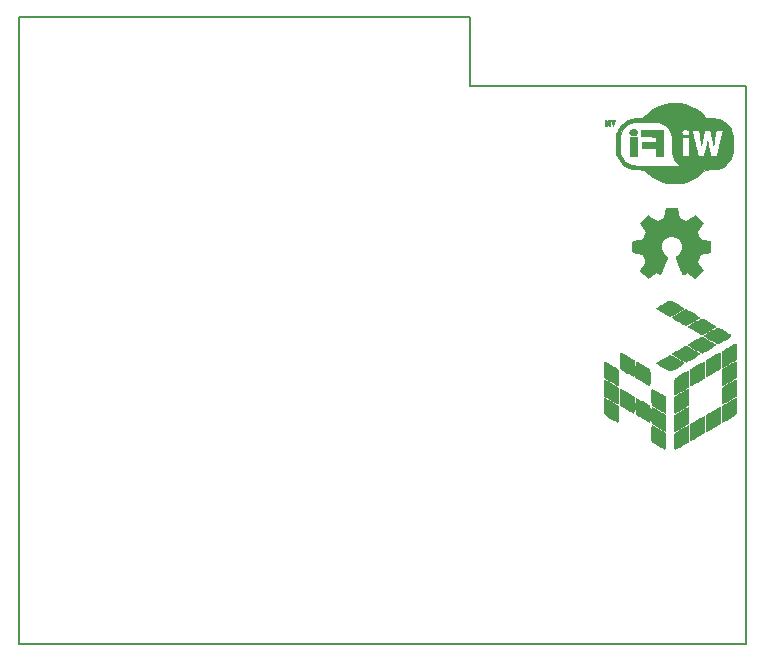
<source format=gbr>
%TF.GenerationSoftware,KiCad,Pcbnew,4.0.7-e2-6376~58~ubuntu16.04.1*%
%TF.CreationDate,2018-03-12T18:00:00+01:00*%
%TF.ProjectId,SLAMP-WiFi,534C414D502D576946692E6B69636164,rev?*%
%TF.FileFunction,Legend,Bot*%
%FSLAX46Y46*%
G04 Gerber Fmt 4.6, Leading zero omitted, Abs format (unit mm)*
G04 Created by KiCad (PCBNEW 4.0.7-e2-6376~58~ubuntu16.04.1) date Mon Mar 12 18:00:00 2018*
%MOMM*%
%LPD*%
G01*
G04 APERTURE LIST*
%ADD10C,0.127000*%
%ADD11C,0.010000*%
G04 APERTURE END LIST*
D10*
X143637000Y-54991000D02*
X143637000Y-56769000D01*
X181864000Y-54991000D02*
X143637000Y-54991000D01*
X181864000Y-56769000D02*
X181864000Y-54991000D01*
X143637000Y-56769000D02*
X143637000Y-60833000D01*
X181864000Y-58166000D02*
X181864000Y-56769000D01*
X181864000Y-60833000D02*
X181864000Y-58166000D01*
X201041000Y-60833000D02*
X181864000Y-60833000D01*
X143637000Y-108077000D02*
X143637000Y-60833000D01*
X205232000Y-108077000D02*
X143637000Y-108077000D01*
X205232000Y-60833000D02*
X205232000Y-108077000D01*
X201041000Y-60833000D02*
X205232000Y-60833000D01*
D11*
G36*
X198326186Y-71636931D02*
X198242365Y-72081555D01*
X197933080Y-72209053D01*
X197623794Y-72336551D01*
X197252754Y-72084246D01*
X197148843Y-72013996D01*
X197054913Y-71951272D01*
X196975348Y-71898938D01*
X196914530Y-71859857D01*
X196876843Y-71836893D01*
X196866579Y-71831942D01*
X196848090Y-71844676D01*
X196808580Y-71879882D01*
X196752478Y-71933062D01*
X196684213Y-71999718D01*
X196608214Y-72075354D01*
X196528908Y-72155472D01*
X196450725Y-72235574D01*
X196378093Y-72311164D01*
X196315441Y-72377745D01*
X196267197Y-72430818D01*
X196237790Y-72465887D01*
X196230759Y-72477623D01*
X196240877Y-72499260D01*
X196269241Y-72546662D01*
X196312871Y-72615193D01*
X196368782Y-72700215D01*
X196433994Y-72797093D01*
X196471781Y-72852350D01*
X196540657Y-72953248D01*
X196601860Y-73044299D01*
X196652422Y-73120970D01*
X196689372Y-73178728D01*
X196709742Y-73213043D01*
X196712803Y-73220254D01*
X196705864Y-73240748D01*
X196686949Y-73288513D01*
X196658913Y-73356832D01*
X196624609Y-73438989D01*
X196586891Y-73528270D01*
X196548613Y-73617958D01*
X196512630Y-73701338D01*
X196481794Y-73771694D01*
X196458961Y-73822310D01*
X196446983Y-73846471D01*
X196446276Y-73847422D01*
X196427469Y-73852036D01*
X196377382Y-73862328D01*
X196301207Y-73877287D01*
X196204135Y-73895901D01*
X196091357Y-73917159D01*
X196025558Y-73929418D01*
X195905050Y-73952362D01*
X195796203Y-73974195D01*
X195704524Y-73993722D01*
X195635519Y-74009748D01*
X195594696Y-74021079D01*
X195586489Y-74024674D01*
X195578452Y-74049006D01*
X195571967Y-74103959D01*
X195567030Y-74183108D01*
X195563636Y-74280026D01*
X195561782Y-74388287D01*
X195561462Y-74501465D01*
X195562673Y-74613135D01*
X195565410Y-74716868D01*
X195569669Y-74806241D01*
X195575445Y-74874826D01*
X195582733Y-74916197D01*
X195587105Y-74924810D01*
X195613236Y-74935133D01*
X195668607Y-74949892D01*
X195745893Y-74967352D01*
X195837770Y-74985780D01*
X195869842Y-74991741D01*
X196024476Y-75020066D01*
X196146625Y-75042876D01*
X196240327Y-75061080D01*
X196309616Y-75075583D01*
X196358529Y-75087292D01*
X196391103Y-75097115D01*
X196411372Y-75105956D01*
X196423374Y-75114724D01*
X196425053Y-75116457D01*
X196441816Y-75144371D01*
X196467386Y-75198695D01*
X196499212Y-75272777D01*
X196534740Y-75359965D01*
X196571417Y-75453608D01*
X196606689Y-75547052D01*
X196638004Y-75633647D01*
X196662807Y-75706740D01*
X196678546Y-75759678D01*
X196682668Y-75785811D01*
X196682324Y-75786726D01*
X196668359Y-75808086D01*
X196636678Y-75855084D01*
X196590609Y-75922827D01*
X196533482Y-76006423D01*
X196468627Y-76100982D01*
X196450157Y-76127854D01*
X196384301Y-76225275D01*
X196326350Y-76314163D01*
X196279462Y-76389412D01*
X196246793Y-76445920D01*
X196231500Y-76478581D01*
X196230759Y-76482593D01*
X196243608Y-76503684D01*
X196279112Y-76545464D01*
X196332707Y-76603445D01*
X196399829Y-76673135D01*
X196475913Y-76750045D01*
X196556396Y-76829683D01*
X196636713Y-76907561D01*
X196712301Y-76979186D01*
X196778595Y-77040070D01*
X196831031Y-77085721D01*
X196865045Y-77111650D01*
X196874455Y-77115883D01*
X196896357Y-77105912D01*
X196941200Y-77079020D01*
X197001679Y-77039736D01*
X197048211Y-77008117D01*
X197132525Y-76950098D01*
X197232374Y-76881784D01*
X197332527Y-76813579D01*
X197386373Y-76777075D01*
X197568629Y-76653800D01*
X197721619Y-76736520D01*
X197791318Y-76772759D01*
X197850586Y-76800926D01*
X197890689Y-76816991D01*
X197900897Y-76819226D01*
X197913171Y-76802722D01*
X197937387Y-76756082D01*
X197971737Y-76683609D01*
X198014412Y-76589606D01*
X198063606Y-76478374D01*
X198117510Y-76354215D01*
X198174316Y-76221432D01*
X198232218Y-76084327D01*
X198289407Y-75947202D01*
X198344076Y-75814358D01*
X198394416Y-75690098D01*
X198438620Y-75578725D01*
X198474881Y-75484539D01*
X198501391Y-75411844D01*
X198516342Y-75364941D01*
X198518746Y-75348833D01*
X198499689Y-75328286D01*
X198457964Y-75294933D01*
X198402294Y-75255702D01*
X198397622Y-75252599D01*
X198253736Y-75137423D01*
X198137717Y-75003053D01*
X198050570Y-74853784D01*
X197993301Y-74693913D01*
X197966914Y-74527737D01*
X197972415Y-74359552D01*
X198010810Y-74193655D01*
X198083105Y-74034342D01*
X198104374Y-73999487D01*
X198215004Y-73858737D01*
X198345698Y-73745714D01*
X198491936Y-73661003D01*
X198649192Y-73605194D01*
X198812943Y-73578874D01*
X198978667Y-73582630D01*
X199141838Y-73617050D01*
X199297935Y-73682723D01*
X199442433Y-73780235D01*
X199487131Y-73819813D01*
X199600888Y-73943703D01*
X199683782Y-74074124D01*
X199740644Y-74220315D01*
X199772313Y-74365088D01*
X199780131Y-74527860D01*
X199754062Y-74691440D01*
X199696755Y-74850298D01*
X199610856Y-74998906D01*
X199499014Y-75131735D01*
X199363877Y-75243256D01*
X199346117Y-75255011D01*
X199289850Y-75293508D01*
X199247077Y-75326863D01*
X199226628Y-75348160D01*
X199226331Y-75348833D01*
X199230721Y-75371871D01*
X199248124Y-75424157D01*
X199276732Y-75501390D01*
X199314735Y-75599268D01*
X199360326Y-75713491D01*
X199411697Y-75839758D01*
X199467038Y-75973767D01*
X199524542Y-76111218D01*
X199582399Y-76247808D01*
X199638802Y-76379237D01*
X199691942Y-76501205D01*
X199740010Y-76609409D01*
X199781199Y-76699549D01*
X199813699Y-76767323D01*
X199835703Y-76808430D01*
X199844564Y-76819226D01*
X199871640Y-76810819D01*
X199922303Y-76788272D01*
X199987817Y-76755613D01*
X200023841Y-76736520D01*
X200176832Y-76653800D01*
X200359088Y-76777075D01*
X200452125Y-76840228D01*
X200553985Y-76909727D01*
X200649438Y-76975165D01*
X200697250Y-77008117D01*
X200764495Y-77053273D01*
X200821436Y-77089057D01*
X200860646Y-77110938D01*
X200873381Y-77115563D01*
X200891917Y-77103085D01*
X200932941Y-77068252D01*
X200992475Y-77014678D01*
X201066542Y-76945983D01*
X201151165Y-76865781D01*
X201204685Y-76814286D01*
X201298319Y-76722286D01*
X201379241Y-76639999D01*
X201444177Y-76570945D01*
X201489858Y-76518644D01*
X201513011Y-76486616D01*
X201515232Y-76480116D01*
X201504924Y-76455394D01*
X201476439Y-76405405D01*
X201432937Y-76335212D01*
X201377577Y-76249875D01*
X201313520Y-76154456D01*
X201295303Y-76127854D01*
X201228927Y-76031167D01*
X201169378Y-75944117D01*
X201119984Y-75871595D01*
X201084075Y-75818493D01*
X201064981Y-75789703D01*
X201063136Y-75786726D01*
X201065895Y-75763782D01*
X201080538Y-75713336D01*
X201104513Y-75642041D01*
X201135266Y-75556547D01*
X201170244Y-75463507D01*
X201206893Y-75369574D01*
X201242661Y-75281399D01*
X201274994Y-75205634D01*
X201301338Y-75148931D01*
X201319142Y-75117943D01*
X201320407Y-75116457D01*
X201331294Y-75107601D01*
X201349682Y-75098843D01*
X201379606Y-75089277D01*
X201425103Y-75077996D01*
X201490209Y-75064093D01*
X201578961Y-75046663D01*
X201695393Y-75024798D01*
X201843542Y-74997591D01*
X201875618Y-74991741D01*
X201970686Y-74973374D01*
X202053565Y-74955405D01*
X202116930Y-74939569D01*
X202153458Y-74927600D01*
X202158356Y-74924810D01*
X202166427Y-74900072D01*
X202172987Y-74844790D01*
X202178033Y-74765389D01*
X202181559Y-74668296D01*
X202183561Y-74559938D01*
X202184036Y-74446740D01*
X202182977Y-74335128D01*
X202180382Y-74231529D01*
X202176246Y-74142368D01*
X202170563Y-74074072D01*
X202163331Y-74033066D01*
X202158971Y-74024674D01*
X202134698Y-74016208D01*
X202079426Y-74002435D01*
X201998662Y-73984550D01*
X201897912Y-73963748D01*
X201782683Y-73941223D01*
X201719902Y-73929418D01*
X201600787Y-73907151D01*
X201494565Y-73886979D01*
X201406427Y-73869915D01*
X201341566Y-73856969D01*
X201305174Y-73849155D01*
X201299184Y-73847422D01*
X201289061Y-73827890D01*
X201267662Y-73780843D01*
X201237839Y-73713003D01*
X201202445Y-73631091D01*
X201164332Y-73541828D01*
X201126353Y-73451935D01*
X201091360Y-73368135D01*
X201062206Y-73297147D01*
X201041743Y-73245694D01*
X201032823Y-73220497D01*
X201032657Y-73219396D01*
X201042769Y-73199519D01*
X201071117Y-73153777D01*
X201114723Y-73086717D01*
X201170606Y-73002884D01*
X201235787Y-72906826D01*
X201273679Y-72851650D01*
X201342725Y-72750481D01*
X201404050Y-72658630D01*
X201454663Y-72580744D01*
X201491571Y-72521469D01*
X201511782Y-72485451D01*
X201514701Y-72477377D01*
X201502153Y-72458584D01*
X201467463Y-72418457D01*
X201415063Y-72361493D01*
X201349384Y-72292185D01*
X201274856Y-72215031D01*
X201195913Y-72134525D01*
X201116983Y-72055163D01*
X201042500Y-71981440D01*
X200976894Y-71917852D01*
X200924596Y-71868894D01*
X200890039Y-71839061D01*
X200878478Y-71831942D01*
X200859654Y-71841953D01*
X200814631Y-71870078D01*
X200747787Y-71913454D01*
X200663499Y-71969218D01*
X200566144Y-72034506D01*
X200492707Y-72084246D01*
X200121667Y-72336551D01*
X199503095Y-72081555D01*
X199419275Y-71636931D01*
X199335454Y-71192307D01*
X198410006Y-71192307D01*
X198326186Y-71636931D01*
X198326186Y-71636931D01*
G37*
X198326186Y-71636931D02*
X198242365Y-72081555D01*
X197933080Y-72209053D01*
X197623794Y-72336551D01*
X197252754Y-72084246D01*
X197148843Y-72013996D01*
X197054913Y-71951272D01*
X196975348Y-71898938D01*
X196914530Y-71859857D01*
X196876843Y-71836893D01*
X196866579Y-71831942D01*
X196848090Y-71844676D01*
X196808580Y-71879882D01*
X196752478Y-71933062D01*
X196684213Y-71999718D01*
X196608214Y-72075354D01*
X196528908Y-72155472D01*
X196450725Y-72235574D01*
X196378093Y-72311164D01*
X196315441Y-72377745D01*
X196267197Y-72430818D01*
X196237790Y-72465887D01*
X196230759Y-72477623D01*
X196240877Y-72499260D01*
X196269241Y-72546662D01*
X196312871Y-72615193D01*
X196368782Y-72700215D01*
X196433994Y-72797093D01*
X196471781Y-72852350D01*
X196540657Y-72953248D01*
X196601860Y-73044299D01*
X196652422Y-73120970D01*
X196689372Y-73178728D01*
X196709742Y-73213043D01*
X196712803Y-73220254D01*
X196705864Y-73240748D01*
X196686949Y-73288513D01*
X196658913Y-73356832D01*
X196624609Y-73438989D01*
X196586891Y-73528270D01*
X196548613Y-73617958D01*
X196512630Y-73701338D01*
X196481794Y-73771694D01*
X196458961Y-73822310D01*
X196446983Y-73846471D01*
X196446276Y-73847422D01*
X196427469Y-73852036D01*
X196377382Y-73862328D01*
X196301207Y-73877287D01*
X196204135Y-73895901D01*
X196091357Y-73917159D01*
X196025558Y-73929418D01*
X195905050Y-73952362D01*
X195796203Y-73974195D01*
X195704524Y-73993722D01*
X195635519Y-74009748D01*
X195594696Y-74021079D01*
X195586489Y-74024674D01*
X195578452Y-74049006D01*
X195571967Y-74103959D01*
X195567030Y-74183108D01*
X195563636Y-74280026D01*
X195561782Y-74388287D01*
X195561462Y-74501465D01*
X195562673Y-74613135D01*
X195565410Y-74716868D01*
X195569669Y-74806241D01*
X195575445Y-74874826D01*
X195582733Y-74916197D01*
X195587105Y-74924810D01*
X195613236Y-74935133D01*
X195668607Y-74949892D01*
X195745893Y-74967352D01*
X195837770Y-74985780D01*
X195869842Y-74991741D01*
X196024476Y-75020066D01*
X196146625Y-75042876D01*
X196240327Y-75061080D01*
X196309616Y-75075583D01*
X196358529Y-75087292D01*
X196391103Y-75097115D01*
X196411372Y-75105956D01*
X196423374Y-75114724D01*
X196425053Y-75116457D01*
X196441816Y-75144371D01*
X196467386Y-75198695D01*
X196499212Y-75272777D01*
X196534740Y-75359965D01*
X196571417Y-75453608D01*
X196606689Y-75547052D01*
X196638004Y-75633647D01*
X196662807Y-75706740D01*
X196678546Y-75759678D01*
X196682668Y-75785811D01*
X196682324Y-75786726D01*
X196668359Y-75808086D01*
X196636678Y-75855084D01*
X196590609Y-75922827D01*
X196533482Y-76006423D01*
X196468627Y-76100982D01*
X196450157Y-76127854D01*
X196384301Y-76225275D01*
X196326350Y-76314163D01*
X196279462Y-76389412D01*
X196246793Y-76445920D01*
X196231500Y-76478581D01*
X196230759Y-76482593D01*
X196243608Y-76503684D01*
X196279112Y-76545464D01*
X196332707Y-76603445D01*
X196399829Y-76673135D01*
X196475913Y-76750045D01*
X196556396Y-76829683D01*
X196636713Y-76907561D01*
X196712301Y-76979186D01*
X196778595Y-77040070D01*
X196831031Y-77085721D01*
X196865045Y-77111650D01*
X196874455Y-77115883D01*
X196896357Y-77105912D01*
X196941200Y-77079020D01*
X197001679Y-77039736D01*
X197048211Y-77008117D01*
X197132525Y-76950098D01*
X197232374Y-76881784D01*
X197332527Y-76813579D01*
X197386373Y-76777075D01*
X197568629Y-76653800D01*
X197721619Y-76736520D01*
X197791318Y-76772759D01*
X197850586Y-76800926D01*
X197890689Y-76816991D01*
X197900897Y-76819226D01*
X197913171Y-76802722D01*
X197937387Y-76756082D01*
X197971737Y-76683609D01*
X198014412Y-76589606D01*
X198063606Y-76478374D01*
X198117510Y-76354215D01*
X198174316Y-76221432D01*
X198232218Y-76084327D01*
X198289407Y-75947202D01*
X198344076Y-75814358D01*
X198394416Y-75690098D01*
X198438620Y-75578725D01*
X198474881Y-75484539D01*
X198501391Y-75411844D01*
X198516342Y-75364941D01*
X198518746Y-75348833D01*
X198499689Y-75328286D01*
X198457964Y-75294933D01*
X198402294Y-75255702D01*
X198397622Y-75252599D01*
X198253736Y-75137423D01*
X198137717Y-75003053D01*
X198050570Y-74853784D01*
X197993301Y-74693913D01*
X197966914Y-74527737D01*
X197972415Y-74359552D01*
X198010810Y-74193655D01*
X198083105Y-74034342D01*
X198104374Y-73999487D01*
X198215004Y-73858737D01*
X198345698Y-73745714D01*
X198491936Y-73661003D01*
X198649192Y-73605194D01*
X198812943Y-73578874D01*
X198978667Y-73582630D01*
X199141838Y-73617050D01*
X199297935Y-73682723D01*
X199442433Y-73780235D01*
X199487131Y-73819813D01*
X199600888Y-73943703D01*
X199683782Y-74074124D01*
X199740644Y-74220315D01*
X199772313Y-74365088D01*
X199780131Y-74527860D01*
X199754062Y-74691440D01*
X199696755Y-74850298D01*
X199610856Y-74998906D01*
X199499014Y-75131735D01*
X199363877Y-75243256D01*
X199346117Y-75255011D01*
X199289850Y-75293508D01*
X199247077Y-75326863D01*
X199226628Y-75348160D01*
X199226331Y-75348833D01*
X199230721Y-75371871D01*
X199248124Y-75424157D01*
X199276732Y-75501390D01*
X199314735Y-75599268D01*
X199360326Y-75713491D01*
X199411697Y-75839758D01*
X199467038Y-75973767D01*
X199524542Y-76111218D01*
X199582399Y-76247808D01*
X199638802Y-76379237D01*
X199691942Y-76501205D01*
X199740010Y-76609409D01*
X199781199Y-76699549D01*
X199813699Y-76767323D01*
X199835703Y-76808430D01*
X199844564Y-76819226D01*
X199871640Y-76810819D01*
X199922303Y-76788272D01*
X199987817Y-76755613D01*
X200023841Y-76736520D01*
X200176832Y-76653800D01*
X200359088Y-76777075D01*
X200452125Y-76840228D01*
X200553985Y-76909727D01*
X200649438Y-76975165D01*
X200697250Y-77008117D01*
X200764495Y-77053273D01*
X200821436Y-77089057D01*
X200860646Y-77110938D01*
X200873381Y-77115563D01*
X200891917Y-77103085D01*
X200932941Y-77068252D01*
X200992475Y-77014678D01*
X201066542Y-76945983D01*
X201151165Y-76865781D01*
X201204685Y-76814286D01*
X201298319Y-76722286D01*
X201379241Y-76639999D01*
X201444177Y-76570945D01*
X201489858Y-76518644D01*
X201513011Y-76486616D01*
X201515232Y-76480116D01*
X201504924Y-76455394D01*
X201476439Y-76405405D01*
X201432937Y-76335212D01*
X201377577Y-76249875D01*
X201313520Y-76154456D01*
X201295303Y-76127854D01*
X201228927Y-76031167D01*
X201169378Y-75944117D01*
X201119984Y-75871595D01*
X201084075Y-75818493D01*
X201064981Y-75789703D01*
X201063136Y-75786726D01*
X201065895Y-75763782D01*
X201080538Y-75713336D01*
X201104513Y-75642041D01*
X201135266Y-75556547D01*
X201170244Y-75463507D01*
X201206893Y-75369574D01*
X201242661Y-75281399D01*
X201274994Y-75205634D01*
X201301338Y-75148931D01*
X201319142Y-75117943D01*
X201320407Y-75116457D01*
X201331294Y-75107601D01*
X201349682Y-75098843D01*
X201379606Y-75089277D01*
X201425103Y-75077996D01*
X201490209Y-75064093D01*
X201578961Y-75046663D01*
X201695393Y-75024798D01*
X201843542Y-74997591D01*
X201875618Y-74991741D01*
X201970686Y-74973374D01*
X202053565Y-74955405D01*
X202116930Y-74939569D01*
X202153458Y-74927600D01*
X202158356Y-74924810D01*
X202166427Y-74900072D01*
X202172987Y-74844790D01*
X202178033Y-74765389D01*
X202181559Y-74668296D01*
X202183561Y-74559938D01*
X202184036Y-74446740D01*
X202182977Y-74335128D01*
X202180382Y-74231529D01*
X202176246Y-74142368D01*
X202170563Y-74074072D01*
X202163331Y-74033066D01*
X202158971Y-74024674D01*
X202134698Y-74016208D01*
X202079426Y-74002435D01*
X201998662Y-73984550D01*
X201897912Y-73963748D01*
X201782683Y-73941223D01*
X201719902Y-73929418D01*
X201600787Y-73907151D01*
X201494565Y-73886979D01*
X201406427Y-73869915D01*
X201341566Y-73856969D01*
X201305174Y-73849155D01*
X201299184Y-73847422D01*
X201289061Y-73827890D01*
X201267662Y-73780843D01*
X201237839Y-73713003D01*
X201202445Y-73631091D01*
X201164332Y-73541828D01*
X201126353Y-73451935D01*
X201091360Y-73368135D01*
X201062206Y-73297147D01*
X201041743Y-73245694D01*
X201032823Y-73220497D01*
X201032657Y-73219396D01*
X201042769Y-73199519D01*
X201071117Y-73153777D01*
X201114723Y-73086717D01*
X201170606Y-73002884D01*
X201235787Y-72906826D01*
X201273679Y-72851650D01*
X201342725Y-72750481D01*
X201404050Y-72658630D01*
X201454663Y-72580744D01*
X201491571Y-72521469D01*
X201511782Y-72485451D01*
X201514701Y-72477377D01*
X201502153Y-72458584D01*
X201467463Y-72418457D01*
X201415063Y-72361493D01*
X201349384Y-72292185D01*
X201274856Y-72215031D01*
X201195913Y-72134525D01*
X201116983Y-72055163D01*
X201042500Y-71981440D01*
X200976894Y-71917852D01*
X200924596Y-71868894D01*
X200890039Y-71839061D01*
X200878478Y-71831942D01*
X200859654Y-71841953D01*
X200814631Y-71870078D01*
X200747787Y-71913454D01*
X200663499Y-71969218D01*
X200566144Y-72034506D01*
X200492707Y-72084246D01*
X200121667Y-72336551D01*
X199503095Y-72081555D01*
X199419275Y-71636931D01*
X199335454Y-71192307D01*
X198410006Y-71192307D01*
X198326186Y-71636931D01*
G36*
X200247115Y-89623567D02*
X200179764Y-89657831D01*
X200083630Y-89709732D01*
X199966097Y-89775012D01*
X199834549Y-89849412D01*
X199696369Y-89928675D01*
X199558940Y-90008541D01*
X199429647Y-90084751D01*
X199315872Y-90153048D01*
X199225000Y-90209173D01*
X199164414Y-90248867D01*
X199142350Y-90266368D01*
X199131353Y-90295793D01*
X199122933Y-90355577D01*
X199116872Y-90450092D01*
X199112955Y-90583705D01*
X199110964Y-90760789D01*
X199110600Y-90906374D01*
X199111067Y-91107073D01*
X199113043Y-91262651D01*
X199117391Y-91378787D01*
X199124974Y-91461155D01*
X199136653Y-91515432D01*
X199153293Y-91547294D01*
X199175755Y-91562419D01*
X199204903Y-91566481D01*
X199210930Y-91566475D01*
X199243738Y-91554052D01*
X199313341Y-91519595D01*
X199412755Y-91466842D01*
X199534997Y-91399528D01*
X199673084Y-91321392D01*
X199727727Y-91289947D01*
X199871307Y-91206212D01*
X200002285Y-91128452D01*
X200113400Y-91061086D01*
X200197392Y-91008536D01*
X200247000Y-90975223D01*
X200254777Y-90969035D01*
X200269896Y-90952747D01*
X200281595Y-90930498D01*
X200290309Y-90896118D01*
X200296476Y-90843441D01*
X200300531Y-90766298D01*
X200302910Y-90658523D01*
X200304051Y-90513946D01*
X200304390Y-90326402D01*
X200304400Y-90267663D01*
X200303396Y-90039264D01*
X200300400Y-89858786D01*
X200295441Y-89726914D01*
X200288545Y-89644336D01*
X200279739Y-89611737D01*
X200278300Y-89611200D01*
X200247115Y-89623567D01*
X200247115Y-89623567D01*
G37*
X200247115Y-89623567D02*
X200179764Y-89657831D01*
X200083630Y-89709732D01*
X199966097Y-89775012D01*
X199834549Y-89849412D01*
X199696369Y-89928675D01*
X199558940Y-90008541D01*
X199429647Y-90084751D01*
X199315872Y-90153048D01*
X199225000Y-90209173D01*
X199164414Y-90248867D01*
X199142350Y-90266368D01*
X199131353Y-90295793D01*
X199122933Y-90355577D01*
X199116872Y-90450092D01*
X199112955Y-90583705D01*
X199110964Y-90760789D01*
X199110600Y-90906374D01*
X199111067Y-91107073D01*
X199113043Y-91262651D01*
X199117391Y-91378787D01*
X199124974Y-91461155D01*
X199136653Y-91515432D01*
X199153293Y-91547294D01*
X199175755Y-91562419D01*
X199204903Y-91566481D01*
X199210930Y-91566475D01*
X199243738Y-91554052D01*
X199313341Y-91519595D01*
X199412755Y-91466842D01*
X199534997Y-91399528D01*
X199673084Y-91321392D01*
X199727727Y-91289947D01*
X199871307Y-91206212D01*
X200002285Y-91128452D01*
X200113400Y-91061086D01*
X200197392Y-91008536D01*
X200247000Y-90975223D01*
X200254777Y-90969035D01*
X200269896Y-90952747D01*
X200281595Y-90930498D01*
X200290309Y-90896118D01*
X200296476Y-90843441D01*
X200300531Y-90766298D01*
X200302910Y-90658523D01*
X200304051Y-90513946D01*
X200304390Y-90326402D01*
X200304400Y-90267663D01*
X200303396Y-90039264D01*
X200300400Y-89858786D01*
X200295441Y-89726914D01*
X200288545Y-89644336D01*
X200279739Y-89611737D01*
X200278300Y-89611200D01*
X200247115Y-89623567D01*
G36*
X197198962Y-89629440D02*
X197191542Y-89685943D01*
X197186079Y-89783382D01*
X197182457Y-89924431D01*
X197180562Y-90111764D01*
X197180200Y-90267172D01*
X197180311Y-90466505D01*
X197180979Y-90621265D01*
X197182707Y-90737681D01*
X197186000Y-90821980D01*
X197191359Y-90880391D01*
X197199289Y-90919139D01*
X197210294Y-90944454D01*
X197224876Y-90962564D01*
X197237350Y-90974171D01*
X197278346Y-91003799D01*
X197353445Y-91051606D01*
X197454853Y-91113150D01*
X197574776Y-91183989D01*
X197705420Y-91259681D01*
X197838990Y-91335783D01*
X197967693Y-91407854D01*
X198083734Y-91471452D01*
X198179318Y-91522134D01*
X198246652Y-91555460D01*
X198277569Y-91567000D01*
X198325850Y-91550321D01*
X198343520Y-91536520D01*
X198354143Y-91508862D01*
X198362300Y-91447249D01*
X198368169Y-91347976D01*
X198371928Y-91207337D01*
X198373755Y-91021628D01*
X198374000Y-90901520D01*
X198373686Y-90708835D01*
X198372449Y-90560551D01*
X198369848Y-90450267D01*
X198365443Y-90371587D01*
X198358794Y-90318111D01*
X198349459Y-90283442D01*
X198336998Y-90261181D01*
X198329301Y-90252550D01*
X198295085Y-90227588D01*
X198225289Y-90183280D01*
X198127354Y-90123881D01*
X198008723Y-90053651D01*
X197876836Y-89976847D01*
X197739136Y-89897728D01*
X197603065Y-89820552D01*
X197476064Y-89749577D01*
X197365575Y-89689062D01*
X197279040Y-89643264D01*
X197223900Y-89616441D01*
X197208454Y-89611200D01*
X197198962Y-89629440D01*
X197198962Y-89629440D01*
G37*
X197198962Y-89629440D02*
X197191542Y-89685943D01*
X197186079Y-89783382D01*
X197182457Y-89924431D01*
X197180562Y-90111764D01*
X197180200Y-90267172D01*
X197180311Y-90466505D01*
X197180979Y-90621265D01*
X197182707Y-90737681D01*
X197186000Y-90821980D01*
X197191359Y-90880391D01*
X197199289Y-90919139D01*
X197210294Y-90944454D01*
X197224876Y-90962564D01*
X197237350Y-90974171D01*
X197278346Y-91003799D01*
X197353445Y-91051606D01*
X197454853Y-91113150D01*
X197574776Y-91183989D01*
X197705420Y-91259681D01*
X197838990Y-91335783D01*
X197967693Y-91407854D01*
X198083734Y-91471452D01*
X198179318Y-91522134D01*
X198246652Y-91555460D01*
X198277569Y-91567000D01*
X198325850Y-91550321D01*
X198343520Y-91536520D01*
X198354143Y-91508862D01*
X198362300Y-91447249D01*
X198368169Y-91347976D01*
X198371928Y-91207337D01*
X198373755Y-91021628D01*
X198374000Y-90901520D01*
X198373686Y-90708835D01*
X198372449Y-90560551D01*
X198369848Y-90450267D01*
X198365443Y-90371587D01*
X198358794Y-90318111D01*
X198349459Y-90283442D01*
X198336998Y-90261181D01*
X198329301Y-90252550D01*
X198295085Y-90227588D01*
X198225289Y-90183280D01*
X198127354Y-90123881D01*
X198008723Y-90053651D01*
X197876836Y-89976847D01*
X197739136Y-89897728D01*
X197603065Y-89820552D01*
X197476064Y-89749577D01*
X197365575Y-89689062D01*
X197279040Y-89643264D01*
X197223900Y-89616441D01*
X197208454Y-89611200D01*
X197198962Y-89629440D01*
G36*
X201579532Y-88861429D02*
X201511866Y-88895278D01*
X201415510Y-88946483D01*
X201297977Y-89010782D01*
X201166779Y-89083915D01*
X201029427Y-89161618D01*
X200893433Y-89239630D01*
X200766310Y-89313688D01*
X200655570Y-89379532D01*
X200568723Y-89432898D01*
X200513283Y-89469526D01*
X200501250Y-89478822D01*
X200487635Y-89494647D01*
X200477096Y-89519577D01*
X200469247Y-89559665D01*
X200463700Y-89620963D01*
X200460070Y-89709523D01*
X200457968Y-89831396D01*
X200457008Y-89992635D01*
X200456800Y-90173936D01*
X200457010Y-90373790D01*
X200457896Y-90528534D01*
X200459845Y-90643859D01*
X200463244Y-90725455D01*
X200468479Y-90779011D01*
X200475937Y-90810217D01*
X200486004Y-90824764D01*
X200499067Y-90828340D01*
X200501250Y-90828285D01*
X200535056Y-90815338D01*
X200605890Y-90780144D01*
X200707050Y-90726317D01*
X200831839Y-90657466D01*
X200973555Y-90577205D01*
X201066400Y-90523635D01*
X201214950Y-90436315D01*
X201349703Y-90355187D01*
X201464072Y-90284371D01*
X201551475Y-90227986D01*
X201605326Y-90190153D01*
X201618850Y-90177994D01*
X201629495Y-90148351D01*
X201637733Y-90088914D01*
X201643764Y-89995400D01*
X201647786Y-89863526D01*
X201649996Y-89689009D01*
X201650600Y-89492045D01*
X201650294Y-89293075D01*
X201649144Y-89139275D01*
X201646802Y-89025014D01*
X201642923Y-88944666D01*
X201637160Y-88892599D01*
X201629166Y-88863188D01*
X201618594Y-88850801D01*
X201610997Y-88849200D01*
X201579532Y-88861429D01*
X201579532Y-88861429D01*
G37*
X201579532Y-88861429D02*
X201511866Y-88895278D01*
X201415510Y-88946483D01*
X201297977Y-89010782D01*
X201166779Y-89083915D01*
X201029427Y-89161618D01*
X200893433Y-89239630D01*
X200766310Y-89313688D01*
X200655570Y-89379532D01*
X200568723Y-89432898D01*
X200513283Y-89469526D01*
X200501250Y-89478822D01*
X200487635Y-89494647D01*
X200477096Y-89519577D01*
X200469247Y-89559665D01*
X200463700Y-89620963D01*
X200460070Y-89709523D01*
X200457968Y-89831396D01*
X200457008Y-89992635D01*
X200456800Y-90173936D01*
X200457010Y-90373790D01*
X200457896Y-90528534D01*
X200459845Y-90643859D01*
X200463244Y-90725455D01*
X200468479Y-90779011D01*
X200475937Y-90810217D01*
X200486004Y-90824764D01*
X200499067Y-90828340D01*
X200501250Y-90828285D01*
X200535056Y-90815338D01*
X200605890Y-90780144D01*
X200707050Y-90726317D01*
X200831839Y-90657466D01*
X200973555Y-90577205D01*
X201066400Y-90523635D01*
X201214950Y-90436315D01*
X201349703Y-90355187D01*
X201464072Y-90284371D01*
X201551475Y-90227986D01*
X201605326Y-90190153D01*
X201618850Y-90177994D01*
X201629495Y-90148351D01*
X201637733Y-90088914D01*
X201643764Y-89995400D01*
X201647786Y-89863526D01*
X201649996Y-89689009D01*
X201650600Y-89492045D01*
X201650294Y-89293075D01*
X201649144Y-89139275D01*
X201646802Y-89025014D01*
X201642923Y-88944666D01*
X201637160Y-88892599D01*
X201629166Y-88863188D01*
X201618594Y-88850801D01*
X201610997Y-88849200D01*
X201579532Y-88861429D01*
G36*
X202944582Y-88082992D02*
X202880469Y-88112855D01*
X202787233Y-88160566D01*
X202672125Y-88222034D01*
X202542396Y-88293168D01*
X202405297Y-88369877D01*
X202268077Y-88448069D01*
X202137988Y-88523654D01*
X202022280Y-88592539D01*
X201928203Y-88650633D01*
X201863009Y-88693846D01*
X201834750Y-88716968D01*
X201824246Y-88745060D01*
X201816088Y-88802363D01*
X201810081Y-88893180D01*
X201806028Y-89021813D01*
X201803734Y-89192567D01*
X201803001Y-89409744D01*
X201803000Y-89412854D01*
X201803540Y-89621673D01*
X201805307Y-89784289D01*
X201808525Y-89905289D01*
X201813415Y-89989262D01*
X201820201Y-90040794D01*
X201829104Y-90064472D01*
X201834750Y-90067297D01*
X201864668Y-90054667D01*
X201932017Y-90019739D01*
X202030463Y-89966008D01*
X202153675Y-89896973D01*
X202295318Y-89816128D01*
X202411763Y-89748728D01*
X202562838Y-89660016D01*
X202699421Y-89578380D01*
X202815298Y-89507651D01*
X202904257Y-89451659D01*
X202960086Y-89414232D01*
X202976524Y-89400580D01*
X202983040Y-89365823D01*
X202988233Y-89289692D01*
X202992130Y-89180473D01*
X202994756Y-89046455D01*
X202996139Y-88895924D01*
X202996304Y-88737167D01*
X202995277Y-88578473D01*
X202993085Y-88428127D01*
X202989754Y-88294418D01*
X202985311Y-88185632D01*
X202979781Y-88110058D01*
X202973191Y-88075981D01*
X202972322Y-88075069D01*
X202944582Y-88082992D01*
X202944582Y-88082992D01*
G37*
X202944582Y-88082992D02*
X202880469Y-88112855D01*
X202787233Y-88160566D01*
X202672125Y-88222034D01*
X202542396Y-88293168D01*
X202405297Y-88369877D01*
X202268077Y-88448069D01*
X202137988Y-88523654D01*
X202022280Y-88592539D01*
X201928203Y-88650633D01*
X201863009Y-88693846D01*
X201834750Y-88716968D01*
X201824246Y-88745060D01*
X201816088Y-88802363D01*
X201810081Y-88893180D01*
X201806028Y-89021813D01*
X201803734Y-89192567D01*
X201803001Y-89409744D01*
X201803000Y-89412854D01*
X201803540Y-89621673D01*
X201805307Y-89784289D01*
X201808525Y-89905289D01*
X201813415Y-89989262D01*
X201820201Y-90040794D01*
X201829104Y-90064472D01*
X201834750Y-90067297D01*
X201864668Y-90054667D01*
X201932017Y-90019739D01*
X202030463Y-89966008D01*
X202153675Y-89896973D01*
X202295318Y-89816128D01*
X202411763Y-89748728D01*
X202562838Y-89660016D01*
X202699421Y-89578380D01*
X202815298Y-89507651D01*
X202904257Y-89451659D01*
X202960086Y-89414232D01*
X202976524Y-89400580D01*
X202983040Y-89365823D01*
X202988233Y-89289692D01*
X202992130Y-89180473D01*
X202994756Y-89046455D01*
X202996139Y-88895924D01*
X202996304Y-88737167D01*
X202995277Y-88578473D01*
X202993085Y-88428127D01*
X202989754Y-88294418D01*
X202985311Y-88185632D01*
X202979781Y-88110058D01*
X202973191Y-88075981D01*
X202972322Y-88075069D01*
X202944582Y-88082992D01*
G36*
X200251881Y-88082817D02*
X200187888Y-88112785D01*
X200094776Y-88160625D01*
X199979789Y-88222239D01*
X199850168Y-88293529D01*
X199713157Y-88370399D01*
X199575996Y-88448752D01*
X199445929Y-88524490D01*
X199330199Y-88593516D01*
X199236047Y-88651733D01*
X199170716Y-88695044D01*
X199142350Y-88718130D01*
X199131859Y-88745702D01*
X199123711Y-88802348D01*
X199117708Y-88892386D01*
X199113654Y-89020132D01*
X199111350Y-89189905D01*
X199110601Y-89406021D01*
X199110600Y-89412854D01*
X199111140Y-89621690D01*
X199112909Y-89784322D01*
X199116128Y-89905339D01*
X199121020Y-89989327D01*
X199127809Y-90040873D01*
X199136715Y-90064564D01*
X199142350Y-90067396D01*
X199172276Y-90054800D01*
X199239636Y-90019919D01*
X199338094Y-89966247D01*
X199461313Y-89897279D01*
X199602956Y-89816508D01*
X199719016Y-89749387D01*
X199870085Y-89660736D01*
X200006679Y-89579117D01*
X200122572Y-89508369D01*
X200211544Y-89452328D01*
X200267372Y-89414830D01*
X200283777Y-89401141D01*
X200290429Y-89366156D01*
X200295731Y-89289823D01*
X200299710Y-89180429D01*
X200302392Y-89046262D01*
X200303804Y-88895612D01*
X200303973Y-88736765D01*
X200302925Y-88578010D01*
X200300688Y-88427635D01*
X200297287Y-88293928D01*
X200292749Y-88185177D01*
X200287101Y-88109670D01*
X200280369Y-88075695D01*
X200279513Y-88074816D01*
X200251881Y-88082817D01*
X200251881Y-88082817D01*
G37*
X200251881Y-88082817D02*
X200187888Y-88112785D01*
X200094776Y-88160625D01*
X199979789Y-88222239D01*
X199850168Y-88293529D01*
X199713157Y-88370399D01*
X199575996Y-88448752D01*
X199445929Y-88524490D01*
X199330199Y-88593516D01*
X199236047Y-88651733D01*
X199170716Y-88695044D01*
X199142350Y-88718130D01*
X199131859Y-88745702D01*
X199123711Y-88802348D01*
X199117708Y-88892386D01*
X199113654Y-89020132D01*
X199111350Y-89189905D01*
X199110601Y-89406021D01*
X199110600Y-89412854D01*
X199111140Y-89621690D01*
X199112909Y-89784322D01*
X199116128Y-89905339D01*
X199121020Y-89989327D01*
X199127809Y-90040873D01*
X199136715Y-90064564D01*
X199142350Y-90067396D01*
X199172276Y-90054800D01*
X199239636Y-90019919D01*
X199338094Y-89966247D01*
X199461313Y-89897279D01*
X199602956Y-89816508D01*
X199719016Y-89749387D01*
X199870085Y-89660736D01*
X200006679Y-89579117D01*
X200122572Y-89508369D01*
X200211544Y-89452328D01*
X200267372Y-89414830D01*
X200283777Y-89401141D01*
X200290429Y-89366156D01*
X200295731Y-89289823D01*
X200299710Y-89180429D01*
X200302392Y-89046262D01*
X200303804Y-88895612D01*
X200303973Y-88736765D01*
X200302925Y-88578010D01*
X200300688Y-88427635D01*
X200297287Y-88293928D01*
X200292749Y-88185177D01*
X200287101Y-88109670D01*
X200280369Y-88075695D01*
X200279513Y-88074816D01*
X200251881Y-88082817D01*
G36*
X197197946Y-88103567D02*
X197192278Y-88174568D01*
X197187699Y-88279784D01*
X197184237Y-88410928D01*
X197181915Y-88559714D01*
X197180759Y-88717853D01*
X197180795Y-88877060D01*
X197182049Y-89029047D01*
X197184545Y-89165527D01*
X197188309Y-89278213D01*
X197193367Y-89358818D01*
X197199744Y-89399054D01*
X197200606Y-89400788D01*
X197227060Y-89421249D01*
X197290395Y-89462229D01*
X197383320Y-89519491D01*
X197498549Y-89588798D01*
X197628792Y-89665912D01*
X197766760Y-89746596D01*
X197905167Y-89826612D01*
X198036722Y-89901725D01*
X198154138Y-89967696D01*
X198250126Y-90020288D01*
X198317397Y-90055265D01*
X198348663Y-90068388D01*
X198348969Y-90068400D01*
X198357127Y-90043468D01*
X198363803Y-89970507D01*
X198368891Y-89852269D01*
X198372287Y-89691508D01*
X198373885Y-89490975D01*
X198374000Y-89412854D01*
X198373286Y-89195053D01*
X198371013Y-89023730D01*
X198366984Y-88894583D01*
X198361003Y-88803308D01*
X198352875Y-88745602D01*
X198342401Y-88717162D01*
X198342250Y-88716968D01*
X198310104Y-88691098D01*
X198242391Y-88646575D01*
X198146362Y-88587490D01*
X198029269Y-88517934D01*
X197898361Y-88441998D01*
X197760890Y-88363775D01*
X197624105Y-88287354D01*
X197495258Y-88216828D01*
X197381598Y-88156288D01*
X197290378Y-88109824D01*
X197228846Y-88081529D01*
X197204679Y-88075069D01*
X197197946Y-88103567D01*
X197197946Y-88103567D01*
G37*
X197197946Y-88103567D02*
X197192278Y-88174568D01*
X197187699Y-88279784D01*
X197184237Y-88410928D01*
X197181915Y-88559714D01*
X197180759Y-88717853D01*
X197180795Y-88877060D01*
X197182049Y-89029047D01*
X197184545Y-89165527D01*
X197188309Y-89278213D01*
X197193367Y-89358818D01*
X197199744Y-89399054D01*
X197200606Y-89400788D01*
X197227060Y-89421249D01*
X197290395Y-89462229D01*
X197383320Y-89519491D01*
X197498549Y-89588798D01*
X197628792Y-89665912D01*
X197766760Y-89746596D01*
X197905167Y-89826612D01*
X198036722Y-89901725D01*
X198154138Y-89967696D01*
X198250126Y-90020288D01*
X198317397Y-90055265D01*
X198348663Y-90068388D01*
X198348969Y-90068400D01*
X198357127Y-90043468D01*
X198363803Y-89970507D01*
X198368891Y-89852269D01*
X198372287Y-89691508D01*
X198373885Y-89490975D01*
X198374000Y-89412854D01*
X198373286Y-89195053D01*
X198371013Y-89023730D01*
X198366984Y-88894583D01*
X198361003Y-88803308D01*
X198352875Y-88745602D01*
X198342401Y-88717162D01*
X198342250Y-88716968D01*
X198310104Y-88691098D01*
X198242391Y-88646575D01*
X198146362Y-88587490D01*
X198029269Y-88517934D01*
X197898361Y-88441998D01*
X197760890Y-88363775D01*
X197624105Y-88287354D01*
X197495258Y-88216828D01*
X197381598Y-88156288D01*
X197290378Y-88109824D01*
X197228846Y-88081529D01*
X197204679Y-88075069D01*
X197197946Y-88103567D01*
G36*
X204275993Y-87311984D02*
X204209013Y-87345712D01*
X204113225Y-87396747D01*
X203996109Y-87460852D01*
X203865149Y-87533790D01*
X203727825Y-87611324D01*
X203591620Y-87689216D01*
X203464015Y-87763231D01*
X203352492Y-87829129D01*
X203264533Y-87882676D01*
X203207619Y-87919633D01*
X203193650Y-87930129D01*
X203180037Y-87945719D01*
X203169499Y-87970431D01*
X203161650Y-88010310D01*
X203156104Y-88071402D01*
X203152473Y-88159753D01*
X203150371Y-88281409D01*
X203149410Y-88442413D01*
X203149200Y-88624536D01*
X203149411Y-88824410D01*
X203150300Y-88979181D01*
X203152255Y-89094546D01*
X203155661Y-89176200D01*
X203160905Y-89229841D01*
X203168374Y-89261164D01*
X203178454Y-89275866D01*
X203191532Y-89279643D01*
X203193650Y-89279623D01*
X203227780Y-89266869D01*
X203298675Y-89231915D01*
X203399406Y-89178477D01*
X203523046Y-89110268D01*
X203662666Y-89031003D01*
X203730033Y-88992036D01*
X203905141Y-88890831D01*
X204043399Y-88808961D01*
X204149141Y-88738725D01*
X204226700Y-88672424D01*
X204280409Y-88602357D01*
X204314601Y-88520825D01*
X204333611Y-88420126D01*
X204341772Y-88292561D01*
X204343416Y-88130429D01*
X204342877Y-87926031D01*
X204342870Y-87903050D01*
X204342494Y-87709075D01*
X204341046Y-87560322D01*
X204338193Y-87451217D01*
X204333601Y-87376187D01*
X204326935Y-87329658D01*
X204317862Y-87306058D01*
X204306683Y-87299800D01*
X204275993Y-87311984D01*
X204275993Y-87311984D01*
G37*
X204275993Y-87311984D02*
X204209013Y-87345712D01*
X204113225Y-87396747D01*
X203996109Y-87460852D01*
X203865149Y-87533790D01*
X203727825Y-87611324D01*
X203591620Y-87689216D01*
X203464015Y-87763231D01*
X203352492Y-87829129D01*
X203264533Y-87882676D01*
X203207619Y-87919633D01*
X203193650Y-87930129D01*
X203180037Y-87945719D01*
X203169499Y-87970431D01*
X203161650Y-88010310D01*
X203156104Y-88071402D01*
X203152473Y-88159753D01*
X203150371Y-88281409D01*
X203149410Y-88442413D01*
X203149200Y-88624536D01*
X203149411Y-88824410D01*
X203150300Y-88979181D01*
X203152255Y-89094546D01*
X203155661Y-89176200D01*
X203160905Y-89229841D01*
X203168374Y-89261164D01*
X203178454Y-89275866D01*
X203191532Y-89279643D01*
X203193650Y-89279623D01*
X203227780Y-89266869D01*
X203298675Y-89231915D01*
X203399406Y-89178477D01*
X203523046Y-89110268D01*
X203662666Y-89031003D01*
X203730033Y-88992036D01*
X203905141Y-88890831D01*
X204043399Y-88808961D01*
X204149141Y-88738725D01*
X204226700Y-88672424D01*
X204280409Y-88602357D01*
X204314601Y-88520825D01*
X204333611Y-88420126D01*
X204341772Y-88292561D01*
X204343416Y-88130429D01*
X204342877Y-87926031D01*
X204342870Y-87903050D01*
X204342494Y-87709075D01*
X204341046Y-87560322D01*
X204338193Y-87451217D01*
X204333601Y-87376187D01*
X204326935Y-87329658D01*
X204317862Y-87306058D01*
X204306683Y-87299800D01*
X204275993Y-87311984D01*
G36*
X195849267Y-87343134D02*
X195844089Y-87414866D01*
X195839748Y-87523371D01*
X195836474Y-87661635D01*
X195834496Y-87822646D01*
X195834000Y-87958885D01*
X195834310Y-88156474D01*
X195835512Y-88309569D01*
X195838019Y-88424476D01*
X195842240Y-88507497D01*
X195848589Y-88564937D01*
X195857475Y-88603100D01*
X195869310Y-88628291D01*
X195878450Y-88640320D01*
X195912716Y-88667190D01*
X195982815Y-88713321D01*
X196081194Y-88774366D01*
X196200299Y-88845977D01*
X196332576Y-88923806D01*
X196470470Y-89003506D01*
X196606427Y-89080728D01*
X196732893Y-89151126D01*
X196842315Y-89210350D01*
X196927137Y-89254054D01*
X196979806Y-89277890D01*
X196991621Y-89281000D01*
X197002822Y-89274107D01*
X197011520Y-89249869D01*
X197018011Y-89202943D01*
X197022588Y-89127985D01*
X197025545Y-89019654D01*
X197027177Y-88872607D01*
X197027777Y-88681501D01*
X197027800Y-88623710D01*
X197027490Y-88421409D01*
X197026319Y-88263956D01*
X197023925Y-88145404D01*
X197019949Y-88059803D01*
X197014029Y-88001204D01*
X197005804Y-87963659D01*
X196994914Y-87941219D01*
X196985812Y-87931560D01*
X196944875Y-87903649D01*
X196869870Y-87858215D01*
X196768112Y-87799244D01*
X196646917Y-87730725D01*
X196513600Y-87656646D01*
X196375480Y-87580994D01*
X196239870Y-87507758D01*
X196114089Y-87440926D01*
X196005451Y-87384486D01*
X195921273Y-87342426D01*
X195868870Y-87318733D01*
X195855053Y-87315187D01*
X195849267Y-87343134D01*
X195849267Y-87343134D01*
G37*
X195849267Y-87343134D02*
X195844089Y-87414866D01*
X195839748Y-87523371D01*
X195836474Y-87661635D01*
X195834496Y-87822646D01*
X195834000Y-87958885D01*
X195834310Y-88156474D01*
X195835512Y-88309569D01*
X195838019Y-88424476D01*
X195842240Y-88507497D01*
X195848589Y-88564937D01*
X195857475Y-88603100D01*
X195869310Y-88628291D01*
X195878450Y-88640320D01*
X195912716Y-88667190D01*
X195982815Y-88713321D01*
X196081194Y-88774366D01*
X196200299Y-88845977D01*
X196332576Y-88923806D01*
X196470470Y-89003506D01*
X196606427Y-89080728D01*
X196732893Y-89151126D01*
X196842315Y-89210350D01*
X196927137Y-89254054D01*
X196979806Y-89277890D01*
X196991621Y-89281000D01*
X197002822Y-89274107D01*
X197011520Y-89249869D01*
X197018011Y-89202943D01*
X197022588Y-89127985D01*
X197025545Y-89019654D01*
X197027177Y-88872607D01*
X197027777Y-88681501D01*
X197027800Y-88623710D01*
X197027490Y-88421409D01*
X197026319Y-88263956D01*
X197023925Y-88145404D01*
X197019949Y-88059803D01*
X197014029Y-88001204D01*
X197005804Y-87963659D01*
X196994914Y-87941219D01*
X196985812Y-87931560D01*
X196944875Y-87903649D01*
X196869870Y-87858215D01*
X196768112Y-87799244D01*
X196646917Y-87730725D01*
X196513600Y-87656646D01*
X196375480Y-87580994D01*
X196239870Y-87507758D01*
X196114089Y-87440926D01*
X196005451Y-87384486D01*
X195921273Y-87342426D01*
X195868870Y-87318733D01*
X195855053Y-87315187D01*
X195849267Y-87343134D01*
G36*
X193167880Y-87305326D02*
X193158335Y-87325788D01*
X193151368Y-87367012D01*
X193146596Y-87434825D01*
X193143634Y-87535053D01*
X193142099Y-87673521D01*
X193141608Y-87856057D01*
X193141600Y-87888680D01*
X193140878Y-88095036D01*
X193141575Y-88260574D01*
X193147986Y-88392395D01*
X193164408Y-88497602D01*
X193195136Y-88583294D01*
X193244465Y-88656574D01*
X193316691Y-88724542D01*
X193416110Y-88794300D01*
X193547017Y-88872950D01*
X193713708Y-88967592D01*
X193836248Y-89037038D01*
X193970870Y-89112775D01*
X194091849Y-89178937D01*
X194191763Y-89231618D01*
X194263193Y-89266913D01*
X194298717Y-89280916D01*
X194299798Y-89281000D01*
X194310853Y-89273688D01*
X194319440Y-89248227D01*
X194325846Y-89199331D01*
X194330357Y-89121711D01*
X194333260Y-89010082D01*
X194334842Y-88859155D01*
X194335390Y-88663643D01*
X194335400Y-88624536D01*
X194335131Y-88423221D01*
X194334064Y-88266652D01*
X194331812Y-88148780D01*
X194327989Y-88063552D01*
X194322208Y-88004917D01*
X194314081Y-87966825D01*
X194303221Y-87943224D01*
X194290950Y-87929509D01*
X194251007Y-87901331D01*
X194176498Y-87854614D01*
X194074930Y-87793614D01*
X193953808Y-87722588D01*
X193820639Y-87645790D01*
X193682929Y-87567477D01*
X193548182Y-87491905D01*
X193423906Y-87423330D01*
X193317605Y-87366007D01*
X193236786Y-87324193D01*
X193188954Y-87302144D01*
X193180387Y-87299800D01*
X193167880Y-87305326D01*
X193167880Y-87305326D01*
G37*
X193167880Y-87305326D02*
X193158335Y-87325788D01*
X193151368Y-87367012D01*
X193146596Y-87434825D01*
X193143634Y-87535053D01*
X193142099Y-87673521D01*
X193141608Y-87856057D01*
X193141600Y-87888680D01*
X193140878Y-88095036D01*
X193141575Y-88260574D01*
X193147986Y-88392395D01*
X193164408Y-88497602D01*
X193195136Y-88583294D01*
X193244465Y-88656574D01*
X193316691Y-88724542D01*
X193416110Y-88794300D01*
X193547017Y-88872950D01*
X193713708Y-88967592D01*
X193836248Y-89037038D01*
X193970870Y-89112775D01*
X194091849Y-89178937D01*
X194191763Y-89231618D01*
X194263193Y-89266913D01*
X194298717Y-89280916D01*
X194299798Y-89281000D01*
X194310853Y-89273688D01*
X194319440Y-89248227D01*
X194325846Y-89199331D01*
X194330357Y-89121711D01*
X194333260Y-89010082D01*
X194334842Y-88859155D01*
X194335390Y-88663643D01*
X194335400Y-88624536D01*
X194335131Y-88423221D01*
X194334064Y-88266652D01*
X194331812Y-88148780D01*
X194327989Y-88063552D01*
X194322208Y-88004917D01*
X194314081Y-87966825D01*
X194303221Y-87943224D01*
X194290950Y-87929509D01*
X194251007Y-87901331D01*
X194176498Y-87854614D01*
X194074930Y-87793614D01*
X193953808Y-87722588D01*
X193820639Y-87645790D01*
X193682929Y-87567477D01*
X193548182Y-87491905D01*
X193423906Y-87423330D01*
X193317605Y-87366007D01*
X193236786Y-87324193D01*
X193188954Y-87302144D01*
X193180387Y-87299800D01*
X193167880Y-87305326D01*
G36*
X200254483Y-86535028D02*
X200191180Y-86565471D01*
X200098603Y-86613796D01*
X199983926Y-86675921D01*
X199854319Y-86747764D01*
X199716953Y-86825244D01*
X199579001Y-86904279D01*
X199447634Y-86980789D01*
X199330023Y-87050693D01*
X199233341Y-87109908D01*
X199164759Y-87154354D01*
X199131448Y-87179949D01*
X199130039Y-87181744D01*
X199124972Y-87214159D01*
X199120396Y-87290268D01*
X199116513Y-87402966D01*
X199113518Y-87545147D01*
X199111610Y-87709707D01*
X199110989Y-87864950D01*
X199111407Y-88073545D01*
X199113083Y-88235947D01*
X199116240Y-88356751D01*
X199121097Y-88440553D01*
X199127875Y-88491947D01*
X199136794Y-88515531D01*
X199142350Y-88518329D01*
X199172460Y-88505974D01*
X199240060Y-88471629D01*
X199338698Y-88418789D01*
X199461920Y-88350948D01*
X199603274Y-88271602D01*
X199707500Y-88212261D01*
X199858106Y-88125089D01*
X199994886Y-88044126D01*
X200111314Y-87973381D01*
X200200865Y-87916863D01*
X200257011Y-87878578D01*
X200272650Y-87865177D01*
X200281455Y-87829350D01*
X200288985Y-87752140D01*
X200295189Y-87641836D01*
X200300011Y-87506726D01*
X200303399Y-87355100D01*
X200305297Y-87195248D01*
X200305654Y-87035458D01*
X200304414Y-86884019D01*
X200301524Y-86749221D01*
X200296930Y-86639353D01*
X200290579Y-86562703D01*
X200282415Y-86527562D01*
X200281341Y-86526546D01*
X200254483Y-86535028D01*
X200254483Y-86535028D01*
G37*
X200254483Y-86535028D02*
X200191180Y-86565471D01*
X200098603Y-86613796D01*
X199983926Y-86675921D01*
X199854319Y-86747764D01*
X199716953Y-86825244D01*
X199579001Y-86904279D01*
X199447634Y-86980789D01*
X199330023Y-87050693D01*
X199233341Y-87109908D01*
X199164759Y-87154354D01*
X199131448Y-87179949D01*
X199130039Y-87181744D01*
X199124972Y-87214159D01*
X199120396Y-87290268D01*
X199116513Y-87402966D01*
X199113518Y-87545147D01*
X199111610Y-87709707D01*
X199110989Y-87864950D01*
X199111407Y-88073545D01*
X199113083Y-88235947D01*
X199116240Y-88356751D01*
X199121097Y-88440553D01*
X199127875Y-88491947D01*
X199136794Y-88515531D01*
X199142350Y-88518329D01*
X199172460Y-88505974D01*
X199240060Y-88471629D01*
X199338698Y-88418789D01*
X199461920Y-88350948D01*
X199603274Y-88271602D01*
X199707500Y-88212261D01*
X199858106Y-88125089D01*
X199994886Y-88044126D01*
X200111314Y-87973381D01*
X200200865Y-87916863D01*
X200257011Y-87878578D01*
X200272650Y-87865177D01*
X200281455Y-87829350D01*
X200288985Y-87752140D01*
X200295189Y-87641836D01*
X200300011Y-87506726D01*
X200303399Y-87355100D01*
X200305297Y-87195248D01*
X200305654Y-87035458D01*
X200304414Y-86884019D01*
X200301524Y-86749221D01*
X200296930Y-86639353D01*
X200290579Y-86562703D01*
X200282415Y-86527562D01*
X200281341Y-86526546D01*
X200254483Y-86535028D01*
G36*
X197204386Y-86525850D02*
X197195738Y-86555769D01*
X197188917Y-86628156D01*
X197183877Y-86734712D01*
X197180570Y-86867140D01*
X197178951Y-87017142D01*
X197178971Y-87176420D01*
X197180585Y-87336676D01*
X197183744Y-87489612D01*
X197188403Y-87626931D01*
X197194514Y-87740334D01*
X197202031Y-87821523D01*
X197210906Y-87862201D01*
X197211950Y-87863831D01*
X197241492Y-87886488D01*
X197307503Y-87929142D01*
X197402600Y-87987535D01*
X197519399Y-88057408D01*
X197650517Y-88134503D01*
X197788570Y-88214560D01*
X197926175Y-88293322D01*
X198055948Y-88366530D01*
X198170506Y-88429926D01*
X198262464Y-88479250D01*
X198324440Y-88510245D01*
X198347900Y-88519000D01*
X198356987Y-88493728D01*
X198364128Y-88418356D01*
X198369297Y-88293546D01*
X198372467Y-88119962D01*
X198373613Y-87898266D01*
X198373612Y-87864950D01*
X198372801Y-87686714D01*
X198370721Y-87524674D01*
X198367571Y-87385938D01*
X198363551Y-87277619D01*
X198358861Y-87206828D01*
X198354410Y-87181330D01*
X198326236Y-87158211D01*
X198261857Y-87115727D01*
X198168451Y-87057968D01*
X198053191Y-86989023D01*
X197923254Y-86912983D01*
X197785815Y-86833936D01*
X197648050Y-86755973D01*
X197517133Y-86683184D01*
X197400240Y-86619658D01*
X197304547Y-86569485D01*
X197237228Y-86536755D01*
X197205460Y-86525558D01*
X197204386Y-86525850D01*
X197204386Y-86525850D01*
G37*
X197204386Y-86525850D02*
X197195738Y-86555769D01*
X197188917Y-86628156D01*
X197183877Y-86734712D01*
X197180570Y-86867140D01*
X197178951Y-87017142D01*
X197178971Y-87176420D01*
X197180585Y-87336676D01*
X197183744Y-87489612D01*
X197188403Y-87626931D01*
X197194514Y-87740334D01*
X197202031Y-87821523D01*
X197210906Y-87862201D01*
X197211950Y-87863831D01*
X197241492Y-87886488D01*
X197307503Y-87929142D01*
X197402600Y-87987535D01*
X197519399Y-88057408D01*
X197650517Y-88134503D01*
X197788570Y-88214560D01*
X197926175Y-88293322D01*
X198055948Y-88366530D01*
X198170506Y-88429926D01*
X198262464Y-88479250D01*
X198324440Y-88510245D01*
X198347900Y-88519000D01*
X198356987Y-88493728D01*
X198364128Y-88418356D01*
X198369297Y-88293546D01*
X198372467Y-88119962D01*
X198373613Y-87898266D01*
X198373612Y-87864950D01*
X198372801Y-87686714D01*
X198370721Y-87524674D01*
X198367571Y-87385938D01*
X198363551Y-87277619D01*
X198358861Y-87206828D01*
X198354410Y-87181330D01*
X198326236Y-87158211D01*
X198261857Y-87115727D01*
X198168451Y-87057968D01*
X198053191Y-86989023D01*
X197923254Y-86912983D01*
X197785815Y-86833936D01*
X197648050Y-86755973D01*
X197517133Y-86683184D01*
X197400240Y-86619658D01*
X197304547Y-86569485D01*
X197237228Y-86536755D01*
X197205460Y-86525558D01*
X197204386Y-86525850D01*
G36*
X194503888Y-86555429D02*
X194496903Y-86627919D01*
X194491708Y-86734573D01*
X194488262Y-86867091D01*
X194486522Y-87017173D01*
X194486446Y-87176517D01*
X194487990Y-87336825D01*
X194491114Y-87489794D01*
X194495773Y-87627125D01*
X194501927Y-87740517D01*
X194509531Y-87821670D01*
X194518545Y-87862283D01*
X194519550Y-87863831D01*
X194549092Y-87886488D01*
X194615103Y-87929142D01*
X194710200Y-87987535D01*
X194826999Y-88057408D01*
X194958117Y-88134503D01*
X195096170Y-88214560D01*
X195233775Y-88293322D01*
X195363548Y-88366530D01*
X195478106Y-88429926D01*
X195570064Y-88479250D01*
X195632040Y-88510245D01*
X195655500Y-88519000D01*
X195664581Y-88493731D01*
X195671757Y-88418384D01*
X195677000Y-88293644D01*
X195680283Y-88120197D01*
X195681579Y-87898729D01*
X195681600Y-87862536D01*
X195681330Y-87661203D01*
X195680261Y-87504613D01*
X195678006Y-87386713D01*
X195674179Y-87301446D01*
X195668392Y-87242759D01*
X195660258Y-87204596D01*
X195649390Y-87180903D01*
X195637150Y-87167119D01*
X195594253Y-87135978D01*
X195518048Y-87087080D01*
X195415761Y-87024548D01*
X195294615Y-86952505D01*
X195161834Y-86875074D01*
X195024641Y-86796376D01*
X194890259Y-86720535D01*
X194765913Y-86651672D01*
X194658826Y-86593910D01*
X194576221Y-86551372D01*
X194525323Y-86528181D01*
X194512707Y-86525404D01*
X194503888Y-86555429D01*
X194503888Y-86555429D01*
G37*
X194503888Y-86555429D02*
X194496903Y-86627919D01*
X194491708Y-86734573D01*
X194488262Y-86867091D01*
X194486522Y-87017173D01*
X194486446Y-87176517D01*
X194487990Y-87336825D01*
X194491114Y-87489794D01*
X194495773Y-87627125D01*
X194501927Y-87740517D01*
X194509531Y-87821670D01*
X194518545Y-87862283D01*
X194519550Y-87863831D01*
X194549092Y-87886488D01*
X194615103Y-87929142D01*
X194710200Y-87987535D01*
X194826999Y-88057408D01*
X194958117Y-88134503D01*
X195096170Y-88214560D01*
X195233775Y-88293322D01*
X195363548Y-88366530D01*
X195478106Y-88429926D01*
X195570064Y-88479250D01*
X195632040Y-88510245D01*
X195655500Y-88519000D01*
X195664581Y-88493731D01*
X195671757Y-88418384D01*
X195677000Y-88293644D01*
X195680283Y-88120197D01*
X195681579Y-87898729D01*
X195681600Y-87862536D01*
X195681330Y-87661203D01*
X195680261Y-87504613D01*
X195678006Y-87386713D01*
X195674179Y-87301446D01*
X195668392Y-87242759D01*
X195660258Y-87204596D01*
X195649390Y-87180903D01*
X195637150Y-87167119D01*
X195594253Y-87135978D01*
X195518048Y-87087080D01*
X195415761Y-87024548D01*
X195294615Y-86952505D01*
X195161834Y-86875074D01*
X195024641Y-86796376D01*
X194890259Y-86720535D01*
X194765913Y-86651672D01*
X194658826Y-86593910D01*
X194576221Y-86551372D01*
X194525323Y-86528181D01*
X194512707Y-86525404D01*
X194503888Y-86555429D01*
G36*
X204279417Y-85762523D02*
X204213189Y-85796081D01*
X204118113Y-85846856D01*
X204001687Y-85910629D01*
X203871411Y-85983183D01*
X203734783Y-86060299D01*
X203599303Y-86137759D01*
X203472470Y-86211344D01*
X203361783Y-86276838D01*
X203274742Y-86330021D01*
X203244450Y-86349358D01*
X203149200Y-86411520D01*
X203149200Y-87070061D01*
X203149933Y-87247768D01*
X203151995Y-87408242D01*
X203155186Y-87544639D01*
X203159303Y-87650113D01*
X203164144Y-87717820D01*
X203168977Y-87740824D01*
X203195609Y-87732137D01*
X203259881Y-87701213D01*
X203355526Y-87651368D01*
X203476280Y-87585922D01*
X203615878Y-87508192D01*
X203721427Y-87448263D01*
X203872728Y-87361101D01*
X204011060Y-87280292D01*
X204129705Y-87209850D01*
X204221946Y-87153789D01*
X204281063Y-87116124D01*
X204298550Y-87103403D01*
X204312170Y-87087104D01*
X204322711Y-87061733D01*
X204330562Y-87021222D01*
X204336109Y-86959509D01*
X204339738Y-86870526D01*
X204341839Y-86748211D01*
X204342796Y-86586497D01*
X204343000Y-86406863D01*
X204342541Y-86200926D01*
X204340991Y-86040757D01*
X204338092Y-85921329D01*
X204333586Y-85837617D01*
X204327215Y-85784595D01*
X204318722Y-85757236D01*
X204309296Y-85750400D01*
X204279417Y-85762523D01*
X204279417Y-85762523D01*
G37*
X204279417Y-85762523D02*
X204213189Y-85796081D01*
X204118113Y-85846856D01*
X204001687Y-85910629D01*
X203871411Y-85983183D01*
X203734783Y-86060299D01*
X203599303Y-86137759D01*
X203472470Y-86211344D01*
X203361783Y-86276838D01*
X203274742Y-86330021D01*
X203244450Y-86349358D01*
X203149200Y-86411520D01*
X203149200Y-87070061D01*
X203149933Y-87247768D01*
X203151995Y-87408242D01*
X203155186Y-87544639D01*
X203159303Y-87650113D01*
X203164144Y-87717820D01*
X203168977Y-87740824D01*
X203195609Y-87732137D01*
X203259881Y-87701213D01*
X203355526Y-87651368D01*
X203476280Y-87585922D01*
X203615878Y-87508192D01*
X203721427Y-87448263D01*
X203872728Y-87361101D01*
X204011060Y-87280292D01*
X204129705Y-87209850D01*
X204221946Y-87153789D01*
X204281063Y-87116124D01*
X204298550Y-87103403D01*
X204312170Y-87087104D01*
X204322711Y-87061733D01*
X204330562Y-87021222D01*
X204336109Y-86959509D01*
X204339738Y-86870526D01*
X204341839Y-86748211D01*
X204342796Y-86586497D01*
X204343000Y-86406863D01*
X204342541Y-86200926D01*
X204340991Y-86040757D01*
X204338092Y-85921329D01*
X204333586Y-85837617D01*
X204327215Y-85784595D01*
X204318722Y-85757236D01*
X204309296Y-85750400D01*
X204279417Y-85762523D01*
G36*
X193166032Y-85757773D02*
X193157406Y-85783443D01*
X193150993Y-85832738D01*
X193146500Y-85910983D01*
X193143633Y-86023505D01*
X193142099Y-86175632D01*
X193141604Y-86372689D01*
X193141600Y-86395286D01*
X193141902Y-86595361D01*
X193143072Y-86750882D01*
X193145508Y-86868092D01*
X193149608Y-86953234D01*
X193155769Y-87012551D01*
X193164390Y-87052286D01*
X193175869Y-87078683D01*
X193186050Y-87092845D01*
X193220546Y-87120482D01*
X193292342Y-87168495D01*
X193394381Y-87232497D01*
X193519606Y-87308105D01*
X193660960Y-87390934D01*
X193725800Y-87428168D01*
X193900197Y-87527719D01*
X194035513Y-87604868D01*
X194136847Y-87662285D01*
X194209301Y-87702644D01*
X194257973Y-87728616D01*
X194287963Y-87742874D01*
X194304370Y-87748089D01*
X194312295Y-87746933D01*
X194316837Y-87742079D01*
X194319361Y-87739172D01*
X194323698Y-87710423D01*
X194327591Y-87637802D01*
X194330872Y-87528237D01*
X194333377Y-87388656D01*
X194334938Y-87225986D01*
X194335400Y-87070076D01*
X194335017Y-86866619D01*
X194333647Y-86708173D01*
X194330964Y-86588952D01*
X194326640Y-86503172D01*
X194320348Y-86445046D01*
X194311761Y-86408791D01*
X194300552Y-86388621D01*
X194296631Y-86384844D01*
X194257277Y-86357830D01*
X194183362Y-86312121D01*
X194082315Y-86251929D01*
X193961563Y-86181462D01*
X193828535Y-86104931D01*
X193690661Y-86026547D01*
X193555367Y-85950519D01*
X193430084Y-85881057D01*
X193322240Y-85822371D01*
X193239263Y-85778671D01*
X193188581Y-85754168D01*
X193177167Y-85750400D01*
X193166032Y-85757773D01*
X193166032Y-85757773D01*
G37*
X193166032Y-85757773D02*
X193157406Y-85783443D01*
X193150993Y-85832738D01*
X193146500Y-85910983D01*
X193143633Y-86023505D01*
X193142099Y-86175632D01*
X193141604Y-86372689D01*
X193141600Y-86395286D01*
X193141902Y-86595361D01*
X193143072Y-86750882D01*
X193145508Y-86868092D01*
X193149608Y-86953234D01*
X193155769Y-87012551D01*
X193164390Y-87052286D01*
X193175869Y-87078683D01*
X193186050Y-87092845D01*
X193220546Y-87120482D01*
X193292342Y-87168495D01*
X193394381Y-87232497D01*
X193519606Y-87308105D01*
X193660960Y-87390934D01*
X193725800Y-87428168D01*
X193900197Y-87527719D01*
X194035513Y-87604868D01*
X194136847Y-87662285D01*
X194209301Y-87702644D01*
X194257973Y-87728616D01*
X194287963Y-87742874D01*
X194304370Y-87748089D01*
X194312295Y-87746933D01*
X194316837Y-87742079D01*
X194319361Y-87739172D01*
X194323698Y-87710423D01*
X194327591Y-87637802D01*
X194330872Y-87528237D01*
X194333377Y-87388656D01*
X194334938Y-87225986D01*
X194335400Y-87070076D01*
X194335017Y-86866619D01*
X194333647Y-86708173D01*
X194330964Y-86588952D01*
X194326640Y-86503172D01*
X194320348Y-86445046D01*
X194311761Y-86408791D01*
X194300552Y-86388621D01*
X194296631Y-86384844D01*
X194257277Y-86357830D01*
X194183362Y-86312121D01*
X194082315Y-86251929D01*
X193961563Y-86181462D01*
X193828535Y-86104931D01*
X193690661Y-86026547D01*
X193555367Y-85950519D01*
X193430084Y-85881057D01*
X193322240Y-85822371D01*
X193239263Y-85778671D01*
X193188581Y-85754168D01*
X193177167Y-85750400D01*
X193166032Y-85757773D01*
G36*
X200252737Y-84984948D02*
X200186764Y-85014745D01*
X200092619Y-85063413D01*
X199977573Y-85126641D01*
X199848898Y-85200116D01*
X199713865Y-85279525D01*
X199579746Y-85360555D01*
X199453811Y-85438895D01*
X199343332Y-85510231D01*
X199255580Y-85570252D01*
X199197827Y-85614643D01*
X199180172Y-85632570D01*
X199162498Y-85659381D01*
X199148811Y-85688554D01*
X199138502Y-85726770D01*
X199130964Y-85780707D01*
X199125590Y-85857044D01*
X199121770Y-85962461D01*
X199118898Y-86103636D01*
X199116365Y-86287249D01*
X199115709Y-86340950D01*
X199113765Y-86542378D01*
X199113528Y-86698103D01*
X199115202Y-86813198D01*
X199118995Y-86892737D01*
X199125110Y-86941794D01*
X199133755Y-86965442D01*
X199141169Y-86969600D01*
X199171629Y-86957399D01*
X199239523Y-86923129D01*
X199338388Y-86870286D01*
X199461759Y-86802364D01*
X199603173Y-86722860D01*
X199707561Y-86663266D01*
X199858098Y-86575873D01*
X199994823Y-86494731D01*
X200111218Y-86423852D01*
X200200764Y-86367248D01*
X200256944Y-86328929D01*
X200272650Y-86315512D01*
X200281194Y-86280161D01*
X200288581Y-86203375D01*
X200294747Y-86093440D01*
X200299624Y-85958642D01*
X200303149Y-85807266D01*
X200305254Y-85647598D01*
X200305873Y-85487923D01*
X200304943Y-85336528D01*
X200302395Y-85201698D01*
X200298165Y-85091718D01*
X200292187Y-85014875D01*
X200284395Y-84979453D01*
X200283266Y-84978336D01*
X200252737Y-84984948D01*
X200252737Y-84984948D01*
G37*
X200252737Y-84984948D02*
X200186764Y-85014745D01*
X200092619Y-85063413D01*
X199977573Y-85126641D01*
X199848898Y-85200116D01*
X199713865Y-85279525D01*
X199579746Y-85360555D01*
X199453811Y-85438895D01*
X199343332Y-85510231D01*
X199255580Y-85570252D01*
X199197827Y-85614643D01*
X199180172Y-85632570D01*
X199162498Y-85659381D01*
X199148811Y-85688554D01*
X199138502Y-85726770D01*
X199130964Y-85780707D01*
X199125590Y-85857044D01*
X199121770Y-85962461D01*
X199118898Y-86103636D01*
X199116365Y-86287249D01*
X199115709Y-86340950D01*
X199113765Y-86542378D01*
X199113528Y-86698103D01*
X199115202Y-86813198D01*
X199118995Y-86892737D01*
X199125110Y-86941794D01*
X199133755Y-86965442D01*
X199141169Y-86969600D01*
X199171629Y-86957399D01*
X199239523Y-86923129D01*
X199338388Y-86870286D01*
X199461759Y-86802364D01*
X199603173Y-86722860D01*
X199707561Y-86663266D01*
X199858098Y-86575873D01*
X199994823Y-86494731D01*
X200111218Y-86423852D01*
X200200764Y-86367248D01*
X200256944Y-86328929D01*
X200272650Y-86315512D01*
X200281194Y-86280161D01*
X200288581Y-86203375D01*
X200294747Y-86093440D01*
X200299624Y-85958642D01*
X200303149Y-85807266D01*
X200305254Y-85647598D01*
X200305873Y-85487923D01*
X200304943Y-85336528D01*
X200302395Y-85201698D01*
X200298165Y-85091718D01*
X200292187Y-85014875D01*
X200284395Y-84979453D01*
X200283266Y-84978336D01*
X200252737Y-84984948D01*
G36*
X204283872Y-84213284D02*
X204216790Y-84247297D01*
X204120941Y-84298781D01*
X204003768Y-84363479D01*
X203872712Y-84437131D01*
X203735215Y-84515480D01*
X203598719Y-84594267D01*
X203470665Y-84669235D01*
X203358496Y-84736125D01*
X203269653Y-84790678D01*
X203211578Y-84828638D01*
X203193900Y-84842350D01*
X203180100Y-84860146D01*
X203169445Y-84886808D01*
X203161535Y-84928498D01*
X203155972Y-84991381D01*
X203152357Y-85081621D01*
X203150290Y-85205380D01*
X203149374Y-85368824D01*
X203149200Y-85533000D01*
X203149983Y-85709020D01*
X203152187Y-85867792D01*
X203155593Y-86002395D01*
X203159983Y-86105909D01*
X203165141Y-86171412D01*
X203169951Y-86192026D01*
X203196916Y-86183571D01*
X203261480Y-86152939D01*
X203357306Y-86103457D01*
X203478058Y-86038448D01*
X203617399Y-85961238D01*
X203715788Y-85905599D01*
X203866601Y-85818947D01*
X204004858Y-85738180D01*
X204123660Y-85667436D01*
X204216107Y-85610853D01*
X204275298Y-85572567D01*
X204291937Y-85560138D01*
X204307480Y-85543773D01*
X204319506Y-85522141D01*
X204328465Y-85489058D01*
X204334807Y-85438338D01*
X204338980Y-85363797D01*
X204341434Y-85259250D01*
X204342619Y-85118512D01*
X204342983Y-84935398D01*
X204343000Y-84857463D01*
X204342216Y-84636999D01*
X204339784Y-84464639D01*
X204335591Y-84337710D01*
X204329521Y-84253537D01*
X204321460Y-84209448D01*
X204314747Y-84201000D01*
X204283872Y-84213284D01*
X204283872Y-84213284D01*
G37*
X204283872Y-84213284D02*
X204216790Y-84247297D01*
X204120941Y-84298781D01*
X204003768Y-84363479D01*
X203872712Y-84437131D01*
X203735215Y-84515480D01*
X203598719Y-84594267D01*
X203470665Y-84669235D01*
X203358496Y-84736125D01*
X203269653Y-84790678D01*
X203211578Y-84828638D01*
X203193900Y-84842350D01*
X203180100Y-84860146D01*
X203169445Y-84886808D01*
X203161535Y-84928498D01*
X203155972Y-84991381D01*
X203152357Y-85081621D01*
X203150290Y-85205380D01*
X203149374Y-85368824D01*
X203149200Y-85533000D01*
X203149983Y-85709020D01*
X203152187Y-85867792D01*
X203155593Y-86002395D01*
X203159983Y-86105909D01*
X203165141Y-86171412D01*
X203169951Y-86192026D01*
X203196916Y-86183571D01*
X203261480Y-86152939D01*
X203357306Y-86103457D01*
X203478058Y-86038448D01*
X203617399Y-85961238D01*
X203715788Y-85905599D01*
X203866601Y-85818947D01*
X204004858Y-85738180D01*
X204123660Y-85667436D01*
X204216107Y-85610853D01*
X204275298Y-85572567D01*
X204291937Y-85560138D01*
X204307480Y-85543773D01*
X204319506Y-85522141D01*
X204328465Y-85489058D01*
X204334807Y-85438338D01*
X204338980Y-85363797D01*
X204341434Y-85259250D01*
X204342619Y-85118512D01*
X204342983Y-84935398D01*
X204343000Y-84857463D01*
X204342216Y-84636999D01*
X204339784Y-84464639D01*
X204335591Y-84337710D01*
X204329521Y-84253537D01*
X204321460Y-84209448D01*
X204314747Y-84201000D01*
X204283872Y-84213284D01*
G36*
X201589048Y-84213414D02*
X201521031Y-84247800D01*
X201424352Y-84299874D01*
X201306423Y-84365351D01*
X201174659Y-84439946D01*
X201036471Y-84519376D01*
X200899273Y-84599355D01*
X200770478Y-84675599D01*
X200657498Y-84743824D01*
X200567748Y-84799745D01*
X200508639Y-84839077D01*
X200488550Y-84855515D01*
X200480056Y-84890677D01*
X200472695Y-84967300D01*
X200466535Y-85077098D01*
X200461645Y-85211784D01*
X200458093Y-85363071D01*
X200455946Y-85522675D01*
X200455274Y-85682307D01*
X200456144Y-85833683D01*
X200458624Y-85968515D01*
X200462784Y-86078517D01*
X200468690Y-86155403D01*
X200476411Y-86190887D01*
X200477551Y-86192026D01*
X200504516Y-86183571D01*
X200569080Y-86152939D01*
X200664906Y-86103457D01*
X200785658Y-86038448D01*
X200924999Y-85961238D01*
X201023388Y-85905599D01*
X201174201Y-85818947D01*
X201312458Y-85738180D01*
X201431260Y-85667436D01*
X201523707Y-85610853D01*
X201582898Y-85572567D01*
X201599537Y-85560138D01*
X201615080Y-85543773D01*
X201627106Y-85522141D01*
X201636065Y-85489058D01*
X201642407Y-85438338D01*
X201646580Y-85363797D01*
X201649034Y-85259250D01*
X201650219Y-85118512D01*
X201650583Y-84935398D01*
X201650600Y-84857463D01*
X201649930Y-84642618D01*
X201647810Y-84474868D01*
X201644071Y-84350524D01*
X201638549Y-84265895D01*
X201631077Y-84217294D01*
X201621488Y-84201030D01*
X201620989Y-84201000D01*
X201589048Y-84213414D01*
X201589048Y-84213414D01*
G37*
X201589048Y-84213414D02*
X201521031Y-84247800D01*
X201424352Y-84299874D01*
X201306423Y-84365351D01*
X201174659Y-84439946D01*
X201036471Y-84519376D01*
X200899273Y-84599355D01*
X200770478Y-84675599D01*
X200657498Y-84743824D01*
X200567748Y-84799745D01*
X200508639Y-84839077D01*
X200488550Y-84855515D01*
X200480056Y-84890677D01*
X200472695Y-84967300D01*
X200466535Y-85077098D01*
X200461645Y-85211784D01*
X200458093Y-85363071D01*
X200455946Y-85522675D01*
X200455274Y-85682307D01*
X200456144Y-85833683D01*
X200458624Y-85968515D01*
X200462784Y-86078517D01*
X200468690Y-86155403D01*
X200476411Y-86190887D01*
X200477551Y-86192026D01*
X200504516Y-86183571D01*
X200569080Y-86152939D01*
X200664906Y-86103457D01*
X200785658Y-86038448D01*
X200924999Y-85961238D01*
X201023388Y-85905599D01*
X201174201Y-85818947D01*
X201312458Y-85738180D01*
X201431260Y-85667436D01*
X201523707Y-85610853D01*
X201582898Y-85572567D01*
X201599537Y-85560138D01*
X201615080Y-85543773D01*
X201627106Y-85522141D01*
X201636065Y-85489058D01*
X201642407Y-85438338D01*
X201646580Y-85363797D01*
X201649034Y-85259250D01*
X201650219Y-85118512D01*
X201650583Y-84935398D01*
X201650600Y-84857463D01*
X201649930Y-84642618D01*
X201647810Y-84474868D01*
X201644071Y-84350524D01*
X201638549Y-84265895D01*
X201631077Y-84217294D01*
X201621488Y-84201030D01*
X201620989Y-84201000D01*
X201589048Y-84213414D01*
G36*
X195852783Y-84219222D02*
X195845375Y-84275670D01*
X195839914Y-84373018D01*
X195836286Y-84513937D01*
X195834376Y-84701100D01*
X195834000Y-84860107D01*
X195834000Y-85519214D01*
X195916550Y-85580309D01*
X195958322Y-85607626D01*
X196035963Y-85655170D01*
X196141163Y-85718095D01*
X196265607Y-85791558D01*
X196400983Y-85870716D01*
X196538978Y-85950725D01*
X196671279Y-86026741D01*
X196789574Y-86093920D01*
X196885549Y-86147420D01*
X196941911Y-86177761D01*
X196989280Y-86193538D01*
X197011761Y-86189772D01*
X197016129Y-86160999D01*
X197020045Y-86088408D01*
X197023337Y-85978983D01*
X197025838Y-85839706D01*
X197027376Y-85677560D01*
X197027800Y-85530266D01*
X197027517Y-85330946D01*
X197026398Y-85176245D01*
X197024042Y-85059986D01*
X197020049Y-84975990D01*
X197014016Y-84918079D01*
X197005542Y-84880074D01*
X196994226Y-84855796D01*
X196983101Y-84842350D01*
X196948885Y-84817388D01*
X196879089Y-84773080D01*
X196781154Y-84713681D01*
X196662523Y-84643451D01*
X196530636Y-84566647D01*
X196392936Y-84487528D01*
X196256865Y-84410352D01*
X196129864Y-84339377D01*
X196019375Y-84278862D01*
X195932840Y-84233064D01*
X195877700Y-84206241D01*
X195862254Y-84201000D01*
X195852783Y-84219222D01*
X195852783Y-84219222D01*
G37*
X195852783Y-84219222D02*
X195845375Y-84275670D01*
X195839914Y-84373018D01*
X195836286Y-84513937D01*
X195834376Y-84701100D01*
X195834000Y-84860107D01*
X195834000Y-85519214D01*
X195916550Y-85580309D01*
X195958322Y-85607626D01*
X196035963Y-85655170D01*
X196141163Y-85718095D01*
X196265607Y-85791558D01*
X196400983Y-85870716D01*
X196538978Y-85950725D01*
X196671279Y-86026741D01*
X196789574Y-86093920D01*
X196885549Y-86147420D01*
X196941911Y-86177761D01*
X196989280Y-86193538D01*
X197011761Y-86189772D01*
X197016129Y-86160999D01*
X197020045Y-86088408D01*
X197023337Y-85978983D01*
X197025838Y-85839706D01*
X197027376Y-85677560D01*
X197027800Y-85530266D01*
X197027517Y-85330946D01*
X197026398Y-85176245D01*
X197024042Y-85059986D01*
X197020049Y-84975990D01*
X197014016Y-84918079D01*
X197005542Y-84880074D01*
X196994226Y-84855796D01*
X196983101Y-84842350D01*
X196948885Y-84817388D01*
X196879089Y-84773080D01*
X196781154Y-84713681D01*
X196662523Y-84643451D01*
X196530636Y-84566647D01*
X196392936Y-84487528D01*
X196256865Y-84410352D01*
X196129864Y-84339377D01*
X196019375Y-84278862D01*
X195932840Y-84233064D01*
X195877700Y-84206241D01*
X195862254Y-84201000D01*
X195852783Y-84219222D01*
G36*
X193158773Y-84244415D02*
X193151514Y-84324582D01*
X193146183Y-84451791D01*
X193142856Y-84624178D01*
X193141608Y-84839880D01*
X193141600Y-84860085D01*
X193141913Y-85057760D01*
X193143124Y-85210958D01*
X193145645Y-85325997D01*
X193149888Y-85409198D01*
X193156263Y-85466880D01*
X193165182Y-85505364D01*
X193177056Y-85530968D01*
X193186050Y-85543109D01*
X193220682Y-85570872D01*
X193292470Y-85618999D01*
X193394252Y-85683022D01*
X193518869Y-85758473D01*
X193659159Y-85840885D01*
X193713100Y-85871957D01*
X193889017Y-85972736D01*
X194025912Y-86050965D01*
X194128867Y-86109305D01*
X194202961Y-86150421D01*
X194253273Y-86176974D01*
X194284885Y-86191630D01*
X194302877Y-86197049D01*
X194312327Y-86195896D01*
X194318317Y-86190834D01*
X194319361Y-86189772D01*
X194323729Y-86160999D01*
X194327645Y-86088408D01*
X194330937Y-85978983D01*
X194333438Y-85839706D01*
X194334976Y-85677560D01*
X194335400Y-85530266D01*
X194335120Y-85331016D01*
X194334011Y-85176383D01*
X194331668Y-85060183D01*
X194327689Y-84976236D01*
X194321671Y-84918358D01*
X194313209Y-84880369D01*
X194301902Y-84856085D01*
X194290513Y-84842350D01*
X194251314Y-84812660D01*
X194177878Y-84765231D01*
X194077513Y-84704155D01*
X193957524Y-84633530D01*
X193825219Y-84557448D01*
X193687904Y-84480007D01*
X193552886Y-84405301D01*
X193427472Y-84337426D01*
X193318969Y-84280475D01*
X193234682Y-84238546D01*
X193181919Y-84215732D01*
X193167884Y-84213154D01*
X193158773Y-84244415D01*
X193158773Y-84244415D01*
G37*
X193158773Y-84244415D02*
X193151514Y-84324582D01*
X193146183Y-84451791D01*
X193142856Y-84624178D01*
X193141608Y-84839880D01*
X193141600Y-84860085D01*
X193141913Y-85057760D01*
X193143124Y-85210958D01*
X193145645Y-85325997D01*
X193149888Y-85409198D01*
X193156263Y-85466880D01*
X193165182Y-85505364D01*
X193177056Y-85530968D01*
X193186050Y-85543109D01*
X193220682Y-85570872D01*
X193292470Y-85618999D01*
X193394252Y-85683022D01*
X193518869Y-85758473D01*
X193659159Y-85840885D01*
X193713100Y-85871957D01*
X193889017Y-85972736D01*
X194025912Y-86050965D01*
X194128867Y-86109305D01*
X194202961Y-86150421D01*
X194253273Y-86176974D01*
X194284885Y-86191630D01*
X194302877Y-86197049D01*
X194312327Y-86195896D01*
X194318317Y-86190834D01*
X194319361Y-86189772D01*
X194323729Y-86160999D01*
X194327645Y-86088408D01*
X194330937Y-85978983D01*
X194333438Y-85839706D01*
X194334976Y-85677560D01*
X194335400Y-85530266D01*
X194335120Y-85331016D01*
X194334011Y-85176383D01*
X194331668Y-85060183D01*
X194327689Y-84976236D01*
X194321671Y-84918358D01*
X194313209Y-84880369D01*
X194301902Y-84856085D01*
X194290513Y-84842350D01*
X194251314Y-84812660D01*
X194177878Y-84765231D01*
X194077513Y-84704155D01*
X193957524Y-84633530D01*
X193825219Y-84557448D01*
X193687904Y-84480007D01*
X193552886Y-84405301D01*
X193427472Y-84337426D01*
X193318969Y-84280475D01*
X193234682Y-84238546D01*
X193181919Y-84215732D01*
X193167884Y-84213154D01*
X193158773Y-84244415D01*
G36*
X202925852Y-83451174D02*
X202857454Y-83484835D01*
X202760593Y-83535684D01*
X202642923Y-83599425D01*
X202512098Y-83671762D01*
X202375773Y-83748397D01*
X202241601Y-83825034D01*
X202117238Y-83897376D01*
X202010336Y-83961127D01*
X201928550Y-84011990D01*
X201885550Y-84041100D01*
X201803000Y-84101985D01*
X201803000Y-84761092D01*
X201803540Y-84970686D01*
X201805305Y-85134065D01*
X201808516Y-85255803D01*
X201813394Y-85340475D01*
X201820158Y-85392655D01*
X201829030Y-85416919D01*
X201834750Y-85420025D01*
X201864882Y-85407846D01*
X201932535Y-85373729D01*
X202031248Y-85321156D01*
X202154559Y-85253607D01*
X202296006Y-85174562D01*
X202399900Y-85115650D01*
X202550599Y-85028690D01*
X202687449Y-84947792D01*
X202803914Y-84876977D01*
X202893453Y-84820265D01*
X202949529Y-84781679D01*
X202965050Y-84768070D01*
X202975698Y-84738299D01*
X202983939Y-84678700D01*
X202989971Y-84584993D01*
X202993992Y-84452899D01*
X202996200Y-84278137D01*
X202996800Y-84081845D01*
X202996474Y-83882439D01*
X202995269Y-83728248D01*
X202992851Y-83613692D01*
X202988883Y-83533188D01*
X202983031Y-83481154D01*
X202974958Y-83452010D01*
X202964329Y-83440173D01*
X202958133Y-83439000D01*
X202925852Y-83451174D01*
X202925852Y-83451174D01*
G37*
X202925852Y-83451174D02*
X202857454Y-83484835D01*
X202760593Y-83535684D01*
X202642923Y-83599425D01*
X202512098Y-83671762D01*
X202375773Y-83748397D01*
X202241601Y-83825034D01*
X202117238Y-83897376D01*
X202010336Y-83961127D01*
X201928550Y-84011990D01*
X201885550Y-84041100D01*
X201803000Y-84101985D01*
X201803000Y-84761092D01*
X201803540Y-84970686D01*
X201805305Y-85134065D01*
X201808516Y-85255803D01*
X201813394Y-85340475D01*
X201820158Y-85392655D01*
X201829030Y-85416919D01*
X201834750Y-85420025D01*
X201864882Y-85407846D01*
X201932535Y-85373729D01*
X202031248Y-85321156D01*
X202154559Y-85253607D01*
X202296006Y-85174562D01*
X202399900Y-85115650D01*
X202550599Y-85028690D01*
X202687449Y-84947792D01*
X202803914Y-84876977D01*
X202893453Y-84820265D01*
X202949529Y-84781679D01*
X202965050Y-84768070D01*
X202975698Y-84738299D01*
X202983939Y-84678700D01*
X202989971Y-84584993D01*
X202993992Y-84452899D01*
X202996200Y-84278137D01*
X202996800Y-84081845D01*
X202996474Y-83882439D01*
X202995269Y-83728248D01*
X202992851Y-83613692D01*
X202988883Y-83533188D01*
X202983031Y-83481154D01*
X202974958Y-83452010D01*
X202964329Y-83440173D01*
X202958133Y-83439000D01*
X202925852Y-83451174D01*
G36*
X194516744Y-83443046D02*
X194506815Y-83458979D01*
X194499429Y-83492485D01*
X194494219Y-83549251D01*
X194490819Y-83634965D01*
X194488861Y-83755314D01*
X194487979Y-83915986D01*
X194487800Y-84086700D01*
X194488078Y-84286660D01*
X194489176Y-84441981D01*
X194491494Y-84558823D01*
X194495432Y-84643345D01*
X194501390Y-84701707D01*
X194509766Y-84740068D01*
X194520960Y-84764587D01*
X194532688Y-84778850D01*
X194567385Y-84804250D01*
X194637574Y-84848954D01*
X194735805Y-84908689D01*
X194854627Y-84979187D01*
X194986592Y-85056179D01*
X195124248Y-85135394D01*
X195260147Y-85212562D01*
X195386838Y-85283415D01*
X195496871Y-85343681D01*
X195582796Y-85389093D01*
X195637163Y-85415379D01*
X195651746Y-85420200D01*
X195661461Y-85405859D01*
X195669050Y-85360290D01*
X195674684Y-85279673D01*
X195678537Y-85160187D01*
X195680782Y-84998014D01*
X195681592Y-84789332D01*
X195681600Y-84761092D01*
X195681600Y-84101985D01*
X195599050Y-84041356D01*
X195540940Y-84002394D01*
X195451993Y-83947345D01*
X195339872Y-83880525D01*
X195212237Y-83806248D01*
X195076749Y-83728829D01*
X194941068Y-83652582D01*
X194812855Y-83581823D01*
X194699772Y-83520866D01*
X194609479Y-83474027D01*
X194549637Y-83445619D01*
X194529583Y-83439000D01*
X194516744Y-83443046D01*
X194516744Y-83443046D01*
G37*
X194516744Y-83443046D02*
X194506815Y-83458979D01*
X194499429Y-83492485D01*
X194494219Y-83549251D01*
X194490819Y-83634965D01*
X194488861Y-83755314D01*
X194487979Y-83915986D01*
X194487800Y-84086700D01*
X194488078Y-84286660D01*
X194489176Y-84441981D01*
X194491494Y-84558823D01*
X194495432Y-84643345D01*
X194501390Y-84701707D01*
X194509766Y-84740068D01*
X194520960Y-84764587D01*
X194532688Y-84778850D01*
X194567385Y-84804250D01*
X194637574Y-84848954D01*
X194735805Y-84908689D01*
X194854627Y-84979187D01*
X194986592Y-85056179D01*
X195124248Y-85135394D01*
X195260147Y-85212562D01*
X195386838Y-85283415D01*
X195496871Y-85343681D01*
X195582796Y-85389093D01*
X195637163Y-85415379D01*
X195651746Y-85420200D01*
X195661461Y-85405859D01*
X195669050Y-85360290D01*
X195674684Y-85279673D01*
X195678537Y-85160187D01*
X195680782Y-84998014D01*
X195681592Y-84789332D01*
X195681600Y-84761092D01*
X195681600Y-84101985D01*
X195599050Y-84041356D01*
X195540940Y-84002394D01*
X195451993Y-83947345D01*
X195339872Y-83880525D01*
X195212237Y-83806248D01*
X195076749Y-83728829D01*
X194941068Y-83652582D01*
X194812855Y-83581823D01*
X194699772Y-83520866D01*
X194609479Y-83474027D01*
X194549637Y-83445619D01*
X194529583Y-83439000D01*
X194516744Y-83443046D01*
G36*
X198691187Y-83673558D02*
X198601403Y-83713111D01*
X198472027Y-83779629D01*
X198302133Y-83873581D01*
X198132700Y-83970980D01*
X197984079Y-84057693D01*
X197850478Y-84135991D01*
X197738036Y-84202249D01*
X197652889Y-84252841D01*
X197601175Y-84284142D01*
X197588112Y-84292673D01*
X197586334Y-84306622D01*
X197605066Y-84328960D01*
X197648344Y-84362331D01*
X197720207Y-84409381D01*
X197824690Y-84472757D01*
X197965831Y-84555104D01*
X198143919Y-84656938D01*
X198323262Y-84757898D01*
X198465924Y-84834616D01*
X198578862Y-84888858D01*
X198669030Y-84922393D01*
X198743384Y-84936988D01*
X198808880Y-84934411D01*
X198872473Y-84916429D01*
X198941119Y-84884811D01*
X198973401Y-84867744D01*
X199112744Y-84791342D01*
X199258479Y-84709258D01*
X199403889Y-84625514D01*
X199542255Y-84544132D01*
X199666857Y-84469133D01*
X199770978Y-84404541D01*
X199847897Y-84354376D01*
X199890897Y-84322660D01*
X199897657Y-84314478D01*
X199876501Y-84291644D01*
X199817548Y-84249398D01*
X199728037Y-84191837D01*
X199615205Y-84123057D01*
X199486288Y-84047154D01*
X199348523Y-83968226D01*
X199209149Y-83890368D01*
X199075402Y-83817678D01*
X198954520Y-83754252D01*
X198853739Y-83704187D01*
X198780297Y-83671578D01*
X198742300Y-83660500D01*
X198691187Y-83673558D01*
X198691187Y-83673558D01*
G37*
X198691187Y-83673558D02*
X198601403Y-83713111D01*
X198472027Y-83779629D01*
X198302133Y-83873581D01*
X198132700Y-83970980D01*
X197984079Y-84057693D01*
X197850478Y-84135991D01*
X197738036Y-84202249D01*
X197652889Y-84252841D01*
X197601175Y-84284142D01*
X197588112Y-84292673D01*
X197586334Y-84306622D01*
X197605066Y-84328960D01*
X197648344Y-84362331D01*
X197720207Y-84409381D01*
X197824690Y-84472757D01*
X197965831Y-84555104D01*
X198143919Y-84656938D01*
X198323262Y-84757898D01*
X198465924Y-84834616D01*
X198578862Y-84888858D01*
X198669030Y-84922393D01*
X198743384Y-84936988D01*
X198808880Y-84934411D01*
X198872473Y-84916429D01*
X198941119Y-84884811D01*
X198973401Y-84867744D01*
X199112744Y-84791342D01*
X199258479Y-84709258D01*
X199403889Y-84625514D01*
X199542255Y-84544132D01*
X199666857Y-84469133D01*
X199770978Y-84404541D01*
X199847897Y-84354376D01*
X199890897Y-84322660D01*
X199897657Y-84314478D01*
X199876501Y-84291644D01*
X199817548Y-84249398D01*
X199728037Y-84191837D01*
X199615205Y-84123057D01*
X199486288Y-84047154D01*
X199348523Y-83968226D01*
X199209149Y-83890368D01*
X199075402Y-83817678D01*
X198954520Y-83754252D01*
X198853739Y-83704187D01*
X198780297Y-83671578D01*
X198742300Y-83660500D01*
X198691187Y-83673558D01*
G36*
X204205842Y-82714780D02*
X204135607Y-82748954D01*
X204037478Y-82800474D01*
X203919255Y-82864888D01*
X203788740Y-82937748D01*
X203653733Y-83014603D01*
X203522036Y-83091005D01*
X203401448Y-83162504D01*
X203299772Y-83224649D01*
X203224807Y-83272992D01*
X203184355Y-83303083D01*
X203180950Y-83306698D01*
X203170445Y-83334822D01*
X203162287Y-83392164D01*
X203156279Y-83483029D01*
X203152227Y-83611716D01*
X203149933Y-83782530D01*
X203149201Y-83999771D01*
X203149200Y-84002654D01*
X203149738Y-84211355D01*
X203151498Y-84373855D01*
X203154704Y-84494743D01*
X203159579Y-84578609D01*
X203166346Y-84630042D01*
X203175227Y-84653631D01*
X203180950Y-84656409D01*
X203211149Y-84643619D01*
X203278575Y-84608720D01*
X203376652Y-84555323D01*
X203498803Y-84487043D01*
X203638449Y-84407492D01*
X203724586Y-84357776D01*
X203873385Y-84270760D01*
X204009846Y-84189586D01*
X204126965Y-84118532D01*
X204217738Y-84061872D01*
X204275161Y-84023883D01*
X204289736Y-84012730D01*
X204306584Y-83995418D01*
X204319449Y-83973552D01*
X204328865Y-83940599D01*
X204335371Y-83890029D01*
X204339500Y-83815309D01*
X204341791Y-83709907D01*
X204342779Y-83567292D01*
X204343000Y-83380931D01*
X204343000Y-83363943D01*
X204342552Y-83163310D01*
X204340617Y-83007775D01*
X204336311Y-82891639D01*
X204328751Y-82809205D01*
X204317053Y-82754774D01*
X204300332Y-82722648D01*
X204277706Y-82707128D01*
X204248289Y-82702516D01*
X204240382Y-82702400D01*
X204205842Y-82714780D01*
X204205842Y-82714780D01*
G37*
X204205842Y-82714780D02*
X204135607Y-82748954D01*
X204037478Y-82800474D01*
X203919255Y-82864888D01*
X203788740Y-82937748D01*
X203653733Y-83014603D01*
X203522036Y-83091005D01*
X203401448Y-83162504D01*
X203299772Y-83224649D01*
X203224807Y-83272992D01*
X203184355Y-83303083D01*
X203180950Y-83306698D01*
X203170445Y-83334822D01*
X203162287Y-83392164D01*
X203156279Y-83483029D01*
X203152227Y-83611716D01*
X203149933Y-83782530D01*
X203149201Y-83999771D01*
X203149200Y-84002654D01*
X203149738Y-84211355D01*
X203151498Y-84373855D01*
X203154704Y-84494743D01*
X203159579Y-84578609D01*
X203166346Y-84630042D01*
X203175227Y-84653631D01*
X203180950Y-84656409D01*
X203211149Y-84643619D01*
X203278575Y-84608720D01*
X203376652Y-84555323D01*
X203498803Y-84487043D01*
X203638449Y-84407492D01*
X203724586Y-84357776D01*
X203873385Y-84270760D01*
X204009846Y-84189586D01*
X204126965Y-84118532D01*
X204217738Y-84061872D01*
X204275161Y-84023883D01*
X204289736Y-84012730D01*
X204306584Y-83995418D01*
X204319449Y-83973552D01*
X204328865Y-83940599D01*
X204335371Y-83890029D01*
X204339500Y-83815309D01*
X204341791Y-83709907D01*
X204342779Y-83567292D01*
X204343000Y-83380931D01*
X204343000Y-83363943D01*
X204342552Y-83163310D01*
X204340617Y-83007775D01*
X204336311Y-82891639D01*
X204328751Y-82809205D01*
X204317053Y-82754774D01*
X204300332Y-82722648D01*
X204277706Y-82707128D01*
X204248289Y-82702516D01*
X204240382Y-82702400D01*
X204205842Y-82714780D01*
G36*
X200051199Y-82892404D02*
X199979118Y-82926244D01*
X199879711Y-82977560D01*
X199760191Y-83042193D01*
X199627770Y-83115984D01*
X199489662Y-83194773D01*
X199353080Y-83274401D01*
X199225236Y-83350709D01*
X199113344Y-83419537D01*
X199024615Y-83476726D01*
X198966264Y-83518117D01*
X198945500Y-83539451D01*
X198966652Y-83561014D01*
X199025303Y-83602538D01*
X199114244Y-83659860D01*
X199226269Y-83728816D01*
X199354169Y-83805244D01*
X199490738Y-83884978D01*
X199628767Y-83963857D01*
X199761049Y-84037717D01*
X199880376Y-84102394D01*
X199979540Y-84153724D01*
X200051335Y-84187546D01*
X200088500Y-84199694D01*
X200123910Y-84187427D01*
X200196515Y-84152948D01*
X200299688Y-84099738D01*
X200426804Y-84031278D01*
X200571233Y-83951049D01*
X200685400Y-83886128D01*
X200835668Y-83798615D01*
X200970118Y-83717950D01*
X201082780Y-83647913D01*
X201167680Y-83592279D01*
X201218847Y-83554827D01*
X201231500Y-83540761D01*
X201210356Y-83519287D01*
X201151724Y-83477826D01*
X201062811Y-83420543D01*
X200950822Y-83351603D01*
X200822962Y-83275170D01*
X200686436Y-83195410D01*
X200548448Y-83116487D01*
X200416205Y-83042566D01*
X200296910Y-82977812D01*
X200197770Y-82926390D01*
X200125989Y-82892464D01*
X200088772Y-82880200D01*
X200088742Y-82880200D01*
X200051199Y-82892404D01*
X200051199Y-82892404D01*
G37*
X200051199Y-82892404D02*
X199979118Y-82926244D01*
X199879711Y-82977560D01*
X199760191Y-83042193D01*
X199627770Y-83115984D01*
X199489662Y-83194773D01*
X199353080Y-83274401D01*
X199225236Y-83350709D01*
X199113344Y-83419537D01*
X199024615Y-83476726D01*
X198966264Y-83518117D01*
X198945500Y-83539451D01*
X198966652Y-83561014D01*
X199025303Y-83602538D01*
X199114244Y-83659860D01*
X199226269Y-83728816D01*
X199354169Y-83805244D01*
X199490738Y-83884978D01*
X199628767Y-83963857D01*
X199761049Y-84037717D01*
X199880376Y-84102394D01*
X199979540Y-84153724D01*
X200051335Y-84187546D01*
X200088500Y-84199694D01*
X200123910Y-84187427D01*
X200196515Y-84152948D01*
X200299688Y-84099738D01*
X200426804Y-84031278D01*
X200571233Y-83951049D01*
X200685400Y-83886128D01*
X200835668Y-83798615D01*
X200970118Y-83717950D01*
X201082780Y-83647913D01*
X201167680Y-83592279D01*
X201218847Y-83554827D01*
X201231500Y-83540761D01*
X201210356Y-83519287D01*
X201151724Y-83477826D01*
X201062811Y-83420543D01*
X200950822Y-83351603D01*
X200822962Y-83275170D01*
X200686436Y-83195410D01*
X200548448Y-83116487D01*
X200416205Y-83042566D01*
X200296910Y-82977812D01*
X200197770Y-82926390D01*
X200125989Y-82892464D01*
X200088772Y-82880200D01*
X200088742Y-82880200D01*
X200051199Y-82892404D01*
G36*
X201403772Y-82105026D02*
X201336732Y-82138953D01*
X201241395Y-82190452D01*
X201124854Y-82255395D01*
X200994202Y-82329654D01*
X200856532Y-82409099D01*
X200718936Y-82489603D01*
X200588507Y-82567037D01*
X200472339Y-82637272D01*
X200377524Y-82696181D01*
X200311155Y-82739634D01*
X200280324Y-82763503D01*
X200279000Y-82765900D01*
X200300009Y-82784349D01*
X200358306Y-82823389D01*
X200446798Y-82878891D01*
X200558392Y-82946728D01*
X200685995Y-83022774D01*
X200822514Y-83102900D01*
X200960856Y-83182980D01*
X201093927Y-83258887D01*
X201214636Y-83326492D01*
X201315888Y-83381669D01*
X201390591Y-83420291D01*
X201431652Y-83438230D01*
X201435780Y-83439000D01*
X201463695Y-83426843D01*
X201529433Y-83392622D01*
X201626841Y-83339714D01*
X201749771Y-83271494D01*
X201892073Y-83191338D01*
X202025443Y-83115325D01*
X202178354Y-83026751D01*
X202315560Y-82945417D01*
X202431197Y-82874952D01*
X202519397Y-82818985D01*
X202574294Y-82781145D01*
X202590400Y-82765796D01*
X202569412Y-82747681D01*
X202511173Y-82708906D01*
X202422771Y-82653602D01*
X202311298Y-82585900D01*
X202183841Y-82509930D01*
X202047491Y-82429823D01*
X201909335Y-82349710D01*
X201776465Y-82273722D01*
X201655968Y-82205989D01*
X201554934Y-82150643D01*
X201480452Y-82111815D01*
X201439612Y-82093635D01*
X201435422Y-82092800D01*
X201403772Y-82105026D01*
X201403772Y-82105026D01*
G37*
X201403772Y-82105026D02*
X201336732Y-82138953D01*
X201241395Y-82190452D01*
X201124854Y-82255395D01*
X200994202Y-82329654D01*
X200856532Y-82409099D01*
X200718936Y-82489603D01*
X200588507Y-82567037D01*
X200472339Y-82637272D01*
X200377524Y-82696181D01*
X200311155Y-82739634D01*
X200280324Y-82763503D01*
X200279000Y-82765900D01*
X200300009Y-82784349D01*
X200358306Y-82823389D01*
X200446798Y-82878891D01*
X200558392Y-82946728D01*
X200685995Y-83022774D01*
X200822514Y-83102900D01*
X200960856Y-83182980D01*
X201093927Y-83258887D01*
X201214636Y-83326492D01*
X201315888Y-83381669D01*
X201390591Y-83420291D01*
X201431652Y-83438230D01*
X201435780Y-83439000D01*
X201463695Y-83426843D01*
X201529433Y-83392622D01*
X201626841Y-83339714D01*
X201749771Y-83271494D01*
X201892073Y-83191338D01*
X202025443Y-83115325D01*
X202178354Y-83026751D01*
X202315560Y-82945417D01*
X202431197Y-82874952D01*
X202519397Y-82818985D01*
X202574294Y-82781145D01*
X202590400Y-82765796D01*
X202569412Y-82747681D01*
X202511173Y-82708906D01*
X202422771Y-82653602D01*
X202311298Y-82585900D01*
X202183841Y-82509930D01*
X202047491Y-82429823D01*
X201909335Y-82349710D01*
X201776465Y-82273722D01*
X201655968Y-82205989D01*
X201554934Y-82150643D01*
X201480452Y-82111815D01*
X201439612Y-82093635D01*
X201435422Y-82092800D01*
X201403772Y-82105026D01*
G36*
X202740742Y-81343935D02*
X202668920Y-81378115D01*
X202569809Y-81429812D01*
X202450609Y-81494844D01*
X202318522Y-81569032D01*
X202180747Y-81648195D01*
X202044486Y-81728152D01*
X201916938Y-81804723D01*
X201805306Y-81873726D01*
X201716789Y-81930982D01*
X201658588Y-81972310D01*
X201637900Y-81993423D01*
X201659082Y-82015181D01*
X201717813Y-82056794D01*
X201806875Y-82114111D01*
X201919051Y-82182980D01*
X202047120Y-82259247D01*
X202183864Y-82338762D01*
X202322065Y-82417371D01*
X202454504Y-82490922D01*
X202573961Y-82555262D01*
X202673220Y-82606241D01*
X202745060Y-82639704D01*
X202781948Y-82651503D01*
X202818037Y-82639210D01*
X202890976Y-82604679D01*
X202993881Y-82551522D01*
X203119871Y-82483348D01*
X203262061Y-82403769D01*
X203347098Y-82355049D01*
X203515799Y-82256801D01*
X203644698Y-82179635D01*
X203738575Y-82120279D01*
X203802208Y-82075458D01*
X203840374Y-82041898D01*
X203857854Y-82016326D01*
X203860400Y-82003386D01*
X203842033Y-81942721D01*
X203815950Y-81909289D01*
X203772825Y-81878447D01*
X203695721Y-81830075D01*
X203592540Y-81768573D01*
X203471183Y-81698341D01*
X203339553Y-81623778D01*
X203205552Y-81549284D01*
X203077080Y-81479256D01*
X202962041Y-81418096D01*
X202868335Y-81370202D01*
X202803866Y-81339974D01*
X202778074Y-81331452D01*
X202740742Y-81343935D01*
X202740742Y-81343935D01*
G37*
X202740742Y-81343935D02*
X202668920Y-81378115D01*
X202569809Y-81429812D01*
X202450609Y-81494844D01*
X202318522Y-81569032D01*
X202180747Y-81648195D01*
X202044486Y-81728152D01*
X201916938Y-81804723D01*
X201805306Y-81873726D01*
X201716789Y-81930982D01*
X201658588Y-81972310D01*
X201637900Y-81993423D01*
X201659082Y-82015181D01*
X201717813Y-82056794D01*
X201806875Y-82114111D01*
X201919051Y-82182980D01*
X202047120Y-82259247D01*
X202183864Y-82338762D01*
X202322065Y-82417371D01*
X202454504Y-82490922D01*
X202573961Y-82555262D01*
X202673220Y-82606241D01*
X202745060Y-82639704D01*
X202781948Y-82651503D01*
X202818037Y-82639210D01*
X202890976Y-82604679D01*
X202993881Y-82551522D01*
X203119871Y-82483348D01*
X203262061Y-82403769D01*
X203347098Y-82355049D01*
X203515799Y-82256801D01*
X203644698Y-82179635D01*
X203738575Y-82120279D01*
X203802208Y-82075458D01*
X203840374Y-82041898D01*
X203857854Y-82016326D01*
X203860400Y-82003386D01*
X203842033Y-81942721D01*
X203815950Y-81909289D01*
X203772825Y-81878447D01*
X203695721Y-81830075D01*
X203592540Y-81768573D01*
X203471183Y-81698341D01*
X203339553Y-81623778D01*
X203205552Y-81549284D01*
X203077080Y-81479256D01*
X202962041Y-81418096D01*
X202868335Y-81370202D01*
X202803866Y-81339974D01*
X202778074Y-81331452D01*
X202740742Y-81343935D01*
G36*
X201396286Y-80580776D02*
X201322833Y-80613991D01*
X201222006Y-80664369D01*
X201101059Y-80727839D01*
X200967244Y-80800326D01*
X200827814Y-80877758D01*
X200690020Y-80956060D01*
X200561116Y-81031159D01*
X200448354Y-81098983D01*
X200358987Y-81155457D01*
X200300266Y-81196508D01*
X200279441Y-81217892D01*
X200300312Y-81236987D01*
X200358392Y-81276613D01*
X200446513Y-81332570D01*
X200557510Y-81400663D01*
X200684216Y-81476691D01*
X200819463Y-81556459D01*
X200956086Y-81635768D01*
X201086917Y-81710419D01*
X201204790Y-81776216D01*
X201302538Y-81828961D01*
X201372995Y-81864455D01*
X201406432Y-81878016D01*
X201461197Y-81874348D01*
X201534536Y-81849458D01*
X201561700Y-81836099D01*
X201617176Y-81805237D01*
X201702880Y-81756518D01*
X201811263Y-81694330D01*
X201934776Y-81623062D01*
X202065871Y-81547103D01*
X202197000Y-81470842D01*
X202320613Y-81398667D01*
X202429162Y-81334967D01*
X202515098Y-81284131D01*
X202570874Y-81250548D01*
X202588889Y-81238888D01*
X202590780Y-81225843D01*
X202573382Y-81204767D01*
X202532632Y-81172995D01*
X202464466Y-81127867D01*
X202364820Y-81066717D01*
X202229631Y-80986884D01*
X202054834Y-80885703D01*
X202014975Y-80862793D01*
X201848634Y-80768960D01*
X201702578Y-80689925D01*
X201582288Y-80628465D01*
X201493240Y-80587356D01*
X201440913Y-80569377D01*
X201435114Y-80568799D01*
X201396286Y-80580776D01*
X201396286Y-80580776D01*
G37*
X201396286Y-80580776D02*
X201322833Y-80613991D01*
X201222006Y-80664369D01*
X201101059Y-80727839D01*
X200967244Y-80800326D01*
X200827814Y-80877758D01*
X200690020Y-80956060D01*
X200561116Y-81031159D01*
X200448354Y-81098983D01*
X200358987Y-81155457D01*
X200300266Y-81196508D01*
X200279441Y-81217892D01*
X200300312Y-81236987D01*
X200358392Y-81276613D01*
X200446513Y-81332570D01*
X200557510Y-81400663D01*
X200684216Y-81476691D01*
X200819463Y-81556459D01*
X200956086Y-81635768D01*
X201086917Y-81710419D01*
X201204790Y-81776216D01*
X201302538Y-81828961D01*
X201372995Y-81864455D01*
X201406432Y-81878016D01*
X201461197Y-81874348D01*
X201534536Y-81849458D01*
X201561700Y-81836099D01*
X201617176Y-81805237D01*
X201702880Y-81756518D01*
X201811263Y-81694330D01*
X201934776Y-81623062D01*
X202065871Y-81547103D01*
X202197000Y-81470842D01*
X202320613Y-81398667D01*
X202429162Y-81334967D01*
X202515098Y-81284131D01*
X202570874Y-81250548D01*
X202588889Y-81238888D01*
X202590780Y-81225843D01*
X202573382Y-81204767D01*
X202532632Y-81172995D01*
X202464466Y-81127867D01*
X202364820Y-81066717D01*
X202229631Y-80986884D01*
X202054834Y-80885703D01*
X202014975Y-80862793D01*
X201848634Y-80768960D01*
X201702578Y-80689925D01*
X201582288Y-80628465D01*
X201493240Y-80587356D01*
X201440913Y-80569377D01*
X201435114Y-80568799D01*
X201396286Y-80580776D01*
G36*
X200049973Y-79793601D02*
X199979907Y-79827455D01*
X199882519Y-79878836D01*
X199764863Y-79943620D01*
X199633993Y-80017682D01*
X199496963Y-80096896D01*
X199360826Y-80177139D01*
X199232637Y-80254284D01*
X199119449Y-80324207D01*
X199028316Y-80382783D01*
X198966292Y-80425888D01*
X198940431Y-80449395D01*
X198940171Y-80451257D01*
X198963946Y-80471544D01*
X199025645Y-80513238D01*
X199119113Y-80572491D01*
X199238196Y-80645454D01*
X199376741Y-80728279D01*
X199481002Y-80789478D01*
X199681800Y-80904684D01*
X199841783Y-80992447D01*
X199962401Y-81053505D01*
X200045103Y-81088594D01*
X200088500Y-81098582D01*
X200142179Y-81084164D01*
X200237774Y-81041305D01*
X200375323Y-80969987D01*
X200554860Y-80870192D01*
X200696008Y-80788932D01*
X200844473Y-80701609D01*
X200977745Y-80621445D01*
X201089666Y-80552291D01*
X201174075Y-80497998D01*
X201224814Y-80462414D01*
X201236979Y-80450765D01*
X201218510Y-80431334D01*
X201162516Y-80391637D01*
X201076047Y-80335775D01*
X200966155Y-80267846D01*
X200839889Y-80191950D01*
X200704302Y-80112186D01*
X200566442Y-80032653D01*
X200433362Y-79957451D01*
X200312112Y-79890678D01*
X200209742Y-79836434D01*
X200133303Y-79798818D01*
X200089847Y-79781929D01*
X200085663Y-79781399D01*
X200049973Y-79793601D01*
X200049973Y-79793601D01*
G37*
X200049973Y-79793601D02*
X199979907Y-79827455D01*
X199882519Y-79878836D01*
X199764863Y-79943620D01*
X199633993Y-80017682D01*
X199496963Y-80096896D01*
X199360826Y-80177139D01*
X199232637Y-80254284D01*
X199119449Y-80324207D01*
X199028316Y-80382783D01*
X198966292Y-80425888D01*
X198940431Y-80449395D01*
X198940171Y-80451257D01*
X198963946Y-80471544D01*
X199025645Y-80513238D01*
X199119113Y-80572491D01*
X199238196Y-80645454D01*
X199376741Y-80728279D01*
X199481002Y-80789478D01*
X199681800Y-80904684D01*
X199841783Y-80992447D01*
X199962401Y-81053505D01*
X200045103Y-81088594D01*
X200088500Y-81098582D01*
X200142179Y-81084164D01*
X200237774Y-81041305D01*
X200375323Y-80969987D01*
X200554860Y-80870192D01*
X200696008Y-80788932D01*
X200844473Y-80701609D01*
X200977745Y-80621445D01*
X201089666Y-80552291D01*
X201174075Y-80497998D01*
X201224814Y-80462414D01*
X201236979Y-80450765D01*
X201218510Y-80431334D01*
X201162516Y-80391637D01*
X201076047Y-80335775D01*
X200966155Y-80267846D01*
X200839889Y-80191950D01*
X200704302Y-80112186D01*
X200566442Y-80032653D01*
X200433362Y-79957451D01*
X200312112Y-79890678D01*
X200209742Y-79836434D01*
X200133303Y-79798818D01*
X200089847Y-79781929D01*
X200085663Y-79781399D01*
X200049973Y-79793601D01*
G36*
X198679808Y-79053873D02*
X198674901Y-79054754D01*
X198630407Y-79071445D01*
X198552458Y-79108827D01*
X198448640Y-79162587D01*
X198326540Y-79228411D01*
X198193745Y-79301984D01*
X198057841Y-79378993D01*
X197926415Y-79455123D01*
X197807055Y-79526061D01*
X197707346Y-79587493D01*
X197634877Y-79635104D01*
X197597232Y-79664580D01*
X197593772Y-79669506D01*
X197612312Y-79689180D01*
X197668411Y-79729056D01*
X197755015Y-79785042D01*
X197865068Y-79853044D01*
X197991517Y-79928969D01*
X198127306Y-80008723D01*
X198265380Y-80088214D01*
X198398687Y-80163349D01*
X198520169Y-80230033D01*
X198622774Y-80284175D01*
X198699447Y-80321680D01*
X198743133Y-80338456D01*
X198747568Y-80338960D01*
X198781423Y-80326288D01*
X198852504Y-80291319D01*
X198954279Y-80237561D01*
X199080215Y-80168521D01*
X199223778Y-80087703D01*
X199339200Y-80021407D01*
X199489305Y-79933258D01*
X199623636Y-79852062D01*
X199736241Y-79781608D01*
X199821168Y-79725682D01*
X199872464Y-79688072D01*
X199885300Y-79673924D01*
X199864262Y-79652343D01*
X199806150Y-79610809D01*
X199718467Y-79553735D01*
X199608715Y-79485529D01*
X199484397Y-79410604D01*
X199353017Y-79333369D01*
X199222077Y-79258236D01*
X199099079Y-79189614D01*
X198991528Y-79131915D01*
X198906925Y-79089549D01*
X198852774Y-79066926D01*
X198852701Y-79066903D01*
X198765498Y-79051742D01*
X198679808Y-79053873D01*
X198679808Y-79053873D01*
G37*
X198679808Y-79053873D02*
X198674901Y-79054754D01*
X198630407Y-79071445D01*
X198552458Y-79108827D01*
X198448640Y-79162587D01*
X198326540Y-79228411D01*
X198193745Y-79301984D01*
X198057841Y-79378993D01*
X197926415Y-79455123D01*
X197807055Y-79526061D01*
X197707346Y-79587493D01*
X197634877Y-79635104D01*
X197597232Y-79664580D01*
X197593772Y-79669506D01*
X197612312Y-79689180D01*
X197668411Y-79729056D01*
X197755015Y-79785042D01*
X197865068Y-79853044D01*
X197991517Y-79928969D01*
X198127306Y-80008723D01*
X198265380Y-80088214D01*
X198398687Y-80163349D01*
X198520169Y-80230033D01*
X198622774Y-80284175D01*
X198699447Y-80321680D01*
X198743133Y-80338456D01*
X198747568Y-80338960D01*
X198781423Y-80326288D01*
X198852504Y-80291319D01*
X198954279Y-80237561D01*
X199080215Y-80168521D01*
X199223778Y-80087703D01*
X199339200Y-80021407D01*
X199489305Y-79933258D01*
X199623636Y-79852062D01*
X199736241Y-79781608D01*
X199821168Y-79725682D01*
X199872464Y-79688072D01*
X199885300Y-79673924D01*
X199864262Y-79652343D01*
X199806150Y-79610809D01*
X199718467Y-79553735D01*
X199608715Y-79485529D01*
X199484397Y-79410604D01*
X199353017Y-79333369D01*
X199222077Y-79258236D01*
X199099079Y-79189614D01*
X198991528Y-79131915D01*
X198906925Y-79089549D01*
X198852774Y-79066926D01*
X198852701Y-79066903D01*
X198765498Y-79051742D01*
X198679808Y-79053873D01*
G36*
X198856223Y-62322459D02*
X198662171Y-62335453D01*
X198499606Y-62355770D01*
X198450200Y-62365140D01*
X198043968Y-62475504D01*
X197666123Y-62627226D01*
X197313398Y-62822091D01*
X196982524Y-63061882D01*
X196694668Y-63323646D01*
X196425036Y-63594377D01*
X195996168Y-63608832D01*
X195795622Y-63617797D01*
X195633832Y-63631420D01*
X195498791Y-63652439D01*
X195378491Y-63683592D01*
X195260926Y-63727614D01*
X195134087Y-63787244D01*
X195071201Y-63819681D01*
X194915106Y-63919045D01*
X194754999Y-64050897D01*
X194605983Y-64200858D01*
X194483158Y-64354547D01*
X194441553Y-64419224D01*
X194388527Y-64519393D01*
X194332704Y-64640598D01*
X194289153Y-64748801D01*
X194221100Y-64935100D01*
X194221100Y-66611500D01*
X194289153Y-66797798D01*
X194414594Y-67072247D01*
X194577545Y-67314682D01*
X194775237Y-67522351D01*
X195004902Y-67692498D01*
X195263771Y-67822372D01*
X195352011Y-67854870D01*
X195431710Y-67880737D01*
X195502597Y-67899986D01*
X195574881Y-67913856D01*
X195658768Y-67923583D01*
X195764470Y-67930407D01*
X195902194Y-67935565D01*
X196049900Y-67939512D01*
X196532500Y-67951360D01*
X196754293Y-68162400D01*
X197077030Y-68435106D01*
X197426275Y-68664596D01*
X197800850Y-68850245D01*
X198199579Y-68991431D01*
X198431195Y-69050446D01*
X198507095Y-69062514D01*
X198618433Y-69074186D01*
X198754722Y-69084969D01*
X198905476Y-69094367D01*
X199060207Y-69101885D01*
X199208429Y-69107027D01*
X199339654Y-69109299D01*
X199443396Y-69108206D01*
X199509168Y-69103251D01*
X199517000Y-69101716D01*
X199559568Y-69093401D01*
X199636656Y-69079911D01*
X199732601Y-69063975D01*
X199745600Y-69061873D01*
X200093525Y-68982002D01*
X200441514Y-68856575D01*
X200780825Y-68690067D01*
X201102718Y-68486956D01*
X201398451Y-68251716D01*
X201485500Y-68170994D01*
X201714100Y-67950784D01*
X202209400Y-67938689D01*
X202426751Y-67931271D01*
X202603581Y-67919338D01*
X202750116Y-67900717D01*
X202876582Y-67873234D01*
X202993204Y-67834716D01*
X203110209Y-67782990D01*
X203225400Y-67722736D01*
X203379883Y-67620675D01*
X203386774Y-67614800D01*
X199574541Y-67614800D01*
X197633407Y-67614800D01*
X197263453Y-67614674D01*
X196940851Y-67614257D01*
X196662155Y-67613485D01*
X196423918Y-67612296D01*
X196222693Y-67610628D01*
X196055033Y-67608418D01*
X195917491Y-67605603D01*
X195806620Y-67602121D01*
X195718974Y-67597910D01*
X195651106Y-67592906D01*
X195599568Y-67587049D01*
X195560914Y-67580274D01*
X195547062Y-67576977D01*
X195307876Y-67489452D01*
X195090559Y-67359953D01*
X194900619Y-67194086D01*
X194743567Y-66997457D01*
X194624912Y-66775670D01*
X194558222Y-66570966D01*
X194546602Y-66496156D01*
X194537793Y-66380955D01*
X194531703Y-66222850D01*
X194528240Y-66019326D01*
X194527309Y-65767868D01*
X194527362Y-65735200D01*
X194528054Y-65525601D01*
X194529452Y-65359864D01*
X194532007Y-65231049D01*
X194536171Y-65132217D01*
X194542394Y-65056430D01*
X194551128Y-64996749D01*
X194562825Y-64946236D01*
X194577934Y-64897952D01*
X194582692Y-64884300D01*
X194694757Y-64636634D01*
X194843208Y-64419941D01*
X195024172Y-64237901D01*
X195233782Y-64094197D01*
X195468166Y-63992512D01*
X195542956Y-63970692D01*
X195590582Y-63960478D01*
X195650799Y-63952139D01*
X195728698Y-63945502D01*
X195829373Y-63940397D01*
X195957914Y-63936653D01*
X196119414Y-63934099D01*
X196318964Y-63932564D01*
X196561657Y-63931878D01*
X196701687Y-63931800D01*
X196985087Y-63932558D01*
X197234426Y-63934784D01*
X197446579Y-63938401D01*
X197618417Y-63943333D01*
X197746814Y-63949503D01*
X197828643Y-63956836D01*
X197845700Y-63959663D01*
X197995771Y-64004426D01*
X198160026Y-64075490D01*
X198317509Y-64162473D01*
X198447261Y-64254993D01*
X198454729Y-64261378D01*
X198576629Y-64387908D01*
X198693054Y-64546333D01*
X198791384Y-64718252D01*
X198834334Y-64814817D01*
X198850467Y-64858502D01*
X198863491Y-64902966D01*
X198873902Y-64954461D01*
X198882192Y-65019243D01*
X198888859Y-65103566D01*
X198894395Y-65213683D01*
X198899297Y-65355849D01*
X198904059Y-65536318D01*
X198909159Y-65760600D01*
X198914844Y-66003837D01*
X198920878Y-66203139D01*
X198928296Y-66365364D01*
X198938133Y-66497373D01*
X198951424Y-66606026D01*
X198969205Y-66698181D01*
X198992510Y-66780699D01*
X199022374Y-66860439D01*
X199059834Y-66944262D01*
X199100390Y-67027835D01*
X199208504Y-67206417D01*
X199359929Y-67389819D01*
X199383830Y-67415185D01*
X199574541Y-67614800D01*
X203386774Y-67614800D01*
X203536410Y-67487238D01*
X203682646Y-67335212D01*
X203806257Y-67177386D01*
X203892995Y-67030600D01*
X203942751Y-66923551D01*
X203982610Y-66828720D01*
X204013663Y-66738618D01*
X204037002Y-66645758D01*
X204053717Y-66542654D01*
X204064900Y-66421819D01*
X204071642Y-66275765D01*
X204075034Y-66097007D01*
X204076167Y-65878057D01*
X204076232Y-65773300D01*
X204075650Y-65534357D01*
X204073225Y-65338789D01*
X204067862Y-65179174D01*
X204058471Y-65048094D01*
X204043956Y-64938127D01*
X204023226Y-64841854D01*
X203995187Y-64751854D01*
X203958746Y-64660707D01*
X203949103Y-64639773D01*
X203210706Y-64639773D01*
X203207863Y-64668407D01*
X203194144Y-64741207D01*
X203170701Y-64852985D01*
X203138686Y-64998552D01*
X203099252Y-65172718D01*
X203053551Y-65370295D01*
X203002735Y-65586095D01*
X202970905Y-65719513D01*
X202917341Y-65943253D01*
X202867631Y-66151438D01*
X202822991Y-66338937D01*
X202784637Y-66500616D01*
X202753784Y-66631345D01*
X202731649Y-66725990D01*
X202719448Y-66779419D01*
X202717400Y-66789540D01*
X202693717Y-66794564D01*
X202629527Y-66798619D01*
X202535122Y-66801241D01*
X202440105Y-66802000D01*
X202162810Y-66802000D01*
X202136992Y-66681350D01*
X202109801Y-66550377D01*
X202077792Y-66390106D01*
X202043731Y-66214995D01*
X202010382Y-66039505D01*
X201980511Y-65878098D01*
X201956883Y-65745232D01*
X201948777Y-65697100D01*
X201915516Y-65493900D01*
X201872169Y-65760600D01*
X201850489Y-65886473D01*
X201821569Y-66043822D01*
X201788845Y-66214455D01*
X201755751Y-66380183D01*
X201748500Y-66415445D01*
X201668178Y-66803590D01*
X201387452Y-66796445D01*
X201106727Y-66789300D01*
X201073990Y-66649600D01*
X201058166Y-66582539D01*
X201032870Y-66475898D01*
X201000440Y-66339503D01*
X200963213Y-66183181D01*
X200923525Y-66016761D01*
X200913915Y-65976500D01*
X200845182Y-65688366D01*
X200787481Y-65445653D01*
X200739992Y-65244384D01*
X200735996Y-65227200D01*
X200329800Y-65227200D01*
X200329800Y-66802000D01*
X199771000Y-66802000D01*
X199771000Y-65227200D01*
X200329800Y-65227200D01*
X200735996Y-65227200D01*
X200701892Y-65080583D01*
X200672360Y-64950275D01*
X200650575Y-64849481D01*
X200639747Y-64794651D01*
X200366684Y-64794651D01*
X200340741Y-64897761D01*
X200271603Y-64982752D01*
X200244632Y-65001966D01*
X200148921Y-65038427D01*
X200035427Y-65047530D01*
X199923012Y-65030690D01*
X199830537Y-64989325D01*
X199806078Y-64969023D01*
X199751738Y-64885829D01*
X199728142Y-64802878D01*
X199724757Y-64729969D01*
X199744486Y-64674309D01*
X199789272Y-64617296D01*
X199843356Y-64565622D01*
X199900756Y-64537674D01*
X199983070Y-64523859D01*
X200003879Y-64521992D01*
X200145898Y-64527110D01*
X200253545Y-64569207D01*
X200327733Y-64648721D01*
X200345752Y-64684965D01*
X200366684Y-64794651D01*
X200639747Y-64794651D01*
X200635713Y-64774226D01*
X200626954Y-64720533D01*
X200623475Y-64684425D01*
X200624456Y-64661927D01*
X200629073Y-64649062D01*
X200636506Y-64641853D01*
X200637914Y-64640951D01*
X200676327Y-64632698D01*
X200753178Y-64627016D01*
X200856139Y-64624554D01*
X200938993Y-64625128D01*
X201206100Y-64630300D01*
X201261883Y-64960500D01*
X201286929Y-65115107D01*
X201312066Y-65281120D01*
X201334113Y-65436951D01*
X201347979Y-65544700D01*
X201364355Y-65662830D01*
X201381308Y-65753583D01*
X201397214Y-65812270D01*
X201410448Y-65834204D01*
X201419383Y-65814698D01*
X201422400Y-65759330D01*
X201427217Y-65711730D01*
X201440264Y-65625920D01*
X201459783Y-65511058D01*
X201484016Y-65376302D01*
X201511207Y-65230809D01*
X201539596Y-65083738D01*
X201567428Y-64944246D01*
X201592943Y-64821490D01*
X201614385Y-64724630D01*
X201629995Y-64662822D01*
X201636096Y-64645919D01*
X201668673Y-64632709D01*
X201738098Y-64624008D01*
X201830626Y-64619751D01*
X201932510Y-64619871D01*
X202030005Y-64624304D01*
X202109366Y-64632982D01*
X202156847Y-64645840D01*
X202160752Y-64648431D01*
X202177291Y-64682605D01*
X202200697Y-64759642D01*
X202229389Y-64872314D01*
X202261788Y-65013391D01*
X202296312Y-65175645D01*
X202331382Y-65351846D01*
X202365416Y-65534766D01*
X202396835Y-65717175D01*
X202403895Y-65760600D01*
X202422243Y-65874900D01*
X202443607Y-65709800D01*
X202457738Y-65605618D01*
X202476224Y-65476580D01*
X202497618Y-65332035D01*
X202520469Y-65181332D01*
X202543329Y-65033820D01*
X202564747Y-64898848D01*
X202583274Y-64785764D01*
X202597462Y-64703919D01*
X202605860Y-64662662D01*
X202606037Y-64662050D01*
X202617412Y-64642626D01*
X202643710Y-64629773D01*
X202693785Y-64622186D01*
X202776494Y-64618563D01*
X202900690Y-64617601D01*
X202908113Y-64617600D01*
X203024123Y-64619438D01*
X203120431Y-64624431D01*
X203186310Y-64631792D01*
X203210706Y-64639773D01*
X203949103Y-64639773D01*
X203912810Y-64560993D01*
X203891021Y-64516000D01*
X203797734Y-64361195D01*
X203670341Y-64200457D01*
X203521714Y-64047175D01*
X203364727Y-63914742D01*
X203225400Y-63823604D01*
X203090971Y-63754718D01*
X202964947Y-63702499D01*
X202836099Y-63664444D01*
X202693197Y-63638048D01*
X202525011Y-63620809D01*
X202320310Y-63610221D01*
X202259384Y-63608239D01*
X201814068Y-63595047D01*
X201701413Y-63464973D01*
X201425449Y-63184308D01*
X201113350Y-62935617D01*
X200771014Y-62722345D01*
X200404340Y-62547939D01*
X200019228Y-62415846D01*
X199821800Y-62366787D01*
X199674738Y-62343403D01*
X199491021Y-62327262D01*
X199284277Y-62318381D01*
X199068135Y-62316774D01*
X198856223Y-62322459D01*
X198856223Y-62322459D01*
G37*
X198856223Y-62322459D02*
X198662171Y-62335453D01*
X198499606Y-62355770D01*
X198450200Y-62365140D01*
X198043968Y-62475504D01*
X197666123Y-62627226D01*
X197313398Y-62822091D01*
X196982524Y-63061882D01*
X196694668Y-63323646D01*
X196425036Y-63594377D01*
X195996168Y-63608832D01*
X195795622Y-63617797D01*
X195633832Y-63631420D01*
X195498791Y-63652439D01*
X195378491Y-63683592D01*
X195260926Y-63727614D01*
X195134087Y-63787244D01*
X195071201Y-63819681D01*
X194915106Y-63919045D01*
X194754999Y-64050897D01*
X194605983Y-64200858D01*
X194483158Y-64354547D01*
X194441553Y-64419224D01*
X194388527Y-64519393D01*
X194332704Y-64640598D01*
X194289153Y-64748801D01*
X194221100Y-64935100D01*
X194221100Y-66611500D01*
X194289153Y-66797798D01*
X194414594Y-67072247D01*
X194577545Y-67314682D01*
X194775237Y-67522351D01*
X195004902Y-67692498D01*
X195263771Y-67822372D01*
X195352011Y-67854870D01*
X195431710Y-67880737D01*
X195502597Y-67899986D01*
X195574881Y-67913856D01*
X195658768Y-67923583D01*
X195764470Y-67930407D01*
X195902194Y-67935565D01*
X196049900Y-67939512D01*
X196532500Y-67951360D01*
X196754293Y-68162400D01*
X197077030Y-68435106D01*
X197426275Y-68664596D01*
X197800850Y-68850245D01*
X198199579Y-68991431D01*
X198431195Y-69050446D01*
X198507095Y-69062514D01*
X198618433Y-69074186D01*
X198754722Y-69084969D01*
X198905476Y-69094367D01*
X199060207Y-69101885D01*
X199208429Y-69107027D01*
X199339654Y-69109299D01*
X199443396Y-69108206D01*
X199509168Y-69103251D01*
X199517000Y-69101716D01*
X199559568Y-69093401D01*
X199636656Y-69079911D01*
X199732601Y-69063975D01*
X199745600Y-69061873D01*
X200093525Y-68982002D01*
X200441514Y-68856575D01*
X200780825Y-68690067D01*
X201102718Y-68486956D01*
X201398451Y-68251716D01*
X201485500Y-68170994D01*
X201714100Y-67950784D01*
X202209400Y-67938689D01*
X202426751Y-67931271D01*
X202603581Y-67919338D01*
X202750116Y-67900717D01*
X202876582Y-67873234D01*
X202993204Y-67834716D01*
X203110209Y-67782990D01*
X203225400Y-67722736D01*
X203379883Y-67620675D01*
X203386774Y-67614800D01*
X199574541Y-67614800D01*
X197633407Y-67614800D01*
X197263453Y-67614674D01*
X196940851Y-67614257D01*
X196662155Y-67613485D01*
X196423918Y-67612296D01*
X196222693Y-67610628D01*
X196055033Y-67608418D01*
X195917491Y-67605603D01*
X195806620Y-67602121D01*
X195718974Y-67597910D01*
X195651106Y-67592906D01*
X195599568Y-67587049D01*
X195560914Y-67580274D01*
X195547062Y-67576977D01*
X195307876Y-67489452D01*
X195090559Y-67359953D01*
X194900619Y-67194086D01*
X194743567Y-66997457D01*
X194624912Y-66775670D01*
X194558222Y-66570966D01*
X194546602Y-66496156D01*
X194537793Y-66380955D01*
X194531703Y-66222850D01*
X194528240Y-66019326D01*
X194527309Y-65767868D01*
X194527362Y-65735200D01*
X194528054Y-65525601D01*
X194529452Y-65359864D01*
X194532007Y-65231049D01*
X194536171Y-65132217D01*
X194542394Y-65056430D01*
X194551128Y-64996749D01*
X194562825Y-64946236D01*
X194577934Y-64897952D01*
X194582692Y-64884300D01*
X194694757Y-64636634D01*
X194843208Y-64419941D01*
X195024172Y-64237901D01*
X195233782Y-64094197D01*
X195468166Y-63992512D01*
X195542956Y-63970692D01*
X195590582Y-63960478D01*
X195650799Y-63952139D01*
X195728698Y-63945502D01*
X195829373Y-63940397D01*
X195957914Y-63936653D01*
X196119414Y-63934099D01*
X196318964Y-63932564D01*
X196561657Y-63931878D01*
X196701687Y-63931800D01*
X196985087Y-63932558D01*
X197234426Y-63934784D01*
X197446579Y-63938401D01*
X197618417Y-63943333D01*
X197746814Y-63949503D01*
X197828643Y-63956836D01*
X197845700Y-63959663D01*
X197995771Y-64004426D01*
X198160026Y-64075490D01*
X198317509Y-64162473D01*
X198447261Y-64254993D01*
X198454729Y-64261378D01*
X198576629Y-64387908D01*
X198693054Y-64546333D01*
X198791384Y-64718252D01*
X198834334Y-64814817D01*
X198850467Y-64858502D01*
X198863491Y-64902966D01*
X198873902Y-64954461D01*
X198882192Y-65019243D01*
X198888859Y-65103566D01*
X198894395Y-65213683D01*
X198899297Y-65355849D01*
X198904059Y-65536318D01*
X198909159Y-65760600D01*
X198914844Y-66003837D01*
X198920878Y-66203139D01*
X198928296Y-66365364D01*
X198938133Y-66497373D01*
X198951424Y-66606026D01*
X198969205Y-66698181D01*
X198992510Y-66780699D01*
X199022374Y-66860439D01*
X199059834Y-66944262D01*
X199100390Y-67027835D01*
X199208504Y-67206417D01*
X199359929Y-67389819D01*
X199383830Y-67415185D01*
X199574541Y-67614800D01*
X203386774Y-67614800D01*
X203536410Y-67487238D01*
X203682646Y-67335212D01*
X203806257Y-67177386D01*
X203892995Y-67030600D01*
X203942751Y-66923551D01*
X203982610Y-66828720D01*
X204013663Y-66738618D01*
X204037002Y-66645758D01*
X204053717Y-66542654D01*
X204064900Y-66421819D01*
X204071642Y-66275765D01*
X204075034Y-66097007D01*
X204076167Y-65878057D01*
X204076232Y-65773300D01*
X204075650Y-65534357D01*
X204073225Y-65338789D01*
X204067862Y-65179174D01*
X204058471Y-65048094D01*
X204043956Y-64938127D01*
X204023226Y-64841854D01*
X203995187Y-64751854D01*
X203958746Y-64660707D01*
X203949103Y-64639773D01*
X203210706Y-64639773D01*
X203207863Y-64668407D01*
X203194144Y-64741207D01*
X203170701Y-64852985D01*
X203138686Y-64998552D01*
X203099252Y-65172718D01*
X203053551Y-65370295D01*
X203002735Y-65586095D01*
X202970905Y-65719513D01*
X202917341Y-65943253D01*
X202867631Y-66151438D01*
X202822991Y-66338937D01*
X202784637Y-66500616D01*
X202753784Y-66631345D01*
X202731649Y-66725990D01*
X202719448Y-66779419D01*
X202717400Y-66789540D01*
X202693717Y-66794564D01*
X202629527Y-66798619D01*
X202535122Y-66801241D01*
X202440105Y-66802000D01*
X202162810Y-66802000D01*
X202136992Y-66681350D01*
X202109801Y-66550377D01*
X202077792Y-66390106D01*
X202043731Y-66214995D01*
X202010382Y-66039505D01*
X201980511Y-65878098D01*
X201956883Y-65745232D01*
X201948777Y-65697100D01*
X201915516Y-65493900D01*
X201872169Y-65760600D01*
X201850489Y-65886473D01*
X201821569Y-66043822D01*
X201788845Y-66214455D01*
X201755751Y-66380183D01*
X201748500Y-66415445D01*
X201668178Y-66803590D01*
X201387452Y-66796445D01*
X201106727Y-66789300D01*
X201073990Y-66649600D01*
X201058166Y-66582539D01*
X201032870Y-66475898D01*
X201000440Y-66339503D01*
X200963213Y-66183181D01*
X200923525Y-66016761D01*
X200913915Y-65976500D01*
X200845182Y-65688366D01*
X200787481Y-65445653D01*
X200739992Y-65244384D01*
X200735996Y-65227200D01*
X200329800Y-65227200D01*
X200329800Y-66802000D01*
X199771000Y-66802000D01*
X199771000Y-65227200D01*
X200329800Y-65227200D01*
X200735996Y-65227200D01*
X200701892Y-65080583D01*
X200672360Y-64950275D01*
X200650575Y-64849481D01*
X200639747Y-64794651D01*
X200366684Y-64794651D01*
X200340741Y-64897761D01*
X200271603Y-64982752D01*
X200244632Y-65001966D01*
X200148921Y-65038427D01*
X200035427Y-65047530D01*
X199923012Y-65030690D01*
X199830537Y-64989325D01*
X199806078Y-64969023D01*
X199751738Y-64885829D01*
X199728142Y-64802878D01*
X199724757Y-64729969D01*
X199744486Y-64674309D01*
X199789272Y-64617296D01*
X199843356Y-64565622D01*
X199900756Y-64537674D01*
X199983070Y-64523859D01*
X200003879Y-64521992D01*
X200145898Y-64527110D01*
X200253545Y-64569207D01*
X200327733Y-64648721D01*
X200345752Y-64684965D01*
X200366684Y-64794651D01*
X200639747Y-64794651D01*
X200635713Y-64774226D01*
X200626954Y-64720533D01*
X200623475Y-64684425D01*
X200624456Y-64661927D01*
X200629073Y-64649062D01*
X200636506Y-64641853D01*
X200637914Y-64640951D01*
X200676327Y-64632698D01*
X200753178Y-64627016D01*
X200856139Y-64624554D01*
X200938993Y-64625128D01*
X201206100Y-64630300D01*
X201261883Y-64960500D01*
X201286929Y-65115107D01*
X201312066Y-65281120D01*
X201334113Y-65436951D01*
X201347979Y-65544700D01*
X201364355Y-65662830D01*
X201381308Y-65753583D01*
X201397214Y-65812270D01*
X201410448Y-65834204D01*
X201419383Y-65814698D01*
X201422400Y-65759330D01*
X201427217Y-65711730D01*
X201440264Y-65625920D01*
X201459783Y-65511058D01*
X201484016Y-65376302D01*
X201511207Y-65230809D01*
X201539596Y-65083738D01*
X201567428Y-64944246D01*
X201592943Y-64821490D01*
X201614385Y-64724630D01*
X201629995Y-64662822D01*
X201636096Y-64645919D01*
X201668673Y-64632709D01*
X201738098Y-64624008D01*
X201830626Y-64619751D01*
X201932510Y-64619871D01*
X202030005Y-64624304D01*
X202109366Y-64632982D01*
X202156847Y-64645840D01*
X202160752Y-64648431D01*
X202177291Y-64682605D01*
X202200697Y-64759642D01*
X202229389Y-64872314D01*
X202261788Y-65013391D01*
X202296312Y-65175645D01*
X202331382Y-65351846D01*
X202365416Y-65534766D01*
X202396835Y-65717175D01*
X202403895Y-65760600D01*
X202422243Y-65874900D01*
X202443607Y-65709800D01*
X202457738Y-65605618D01*
X202476224Y-65476580D01*
X202497618Y-65332035D01*
X202520469Y-65181332D01*
X202543329Y-65033820D01*
X202564747Y-64898848D01*
X202583274Y-64785764D01*
X202597462Y-64703919D01*
X202605860Y-64662662D01*
X202606037Y-64662050D01*
X202617412Y-64642626D01*
X202643710Y-64629773D01*
X202693785Y-64622186D01*
X202776494Y-64618563D01*
X202900690Y-64617601D01*
X202908113Y-64617600D01*
X203024123Y-64619438D01*
X203120431Y-64624431D01*
X203186310Y-64631792D01*
X203210706Y-64639773D01*
X203949103Y-64639773D01*
X203912810Y-64560993D01*
X203891021Y-64516000D01*
X203797734Y-64361195D01*
X203670341Y-64200457D01*
X203521714Y-64047175D01*
X203364727Y-63914742D01*
X203225400Y-63823604D01*
X203090971Y-63754718D01*
X202964947Y-63702499D01*
X202836099Y-63664444D01*
X202693197Y-63638048D01*
X202525011Y-63620809D01*
X202320310Y-63610221D01*
X202259384Y-63608239D01*
X201814068Y-63595047D01*
X201701413Y-63464973D01*
X201425449Y-63184308D01*
X201113350Y-62935617D01*
X200771014Y-62722345D01*
X200404340Y-62547939D01*
X200019228Y-62415846D01*
X199821800Y-62366787D01*
X199674738Y-62343403D01*
X199491021Y-62327262D01*
X199284277Y-62318381D01*
X199068135Y-62316774D01*
X198856223Y-62322459D01*
G36*
X193835561Y-63755370D02*
X193782031Y-63761551D01*
X193757548Y-63775645D01*
X193751250Y-63800756D01*
X193751200Y-63804800D01*
X193766379Y-63844885D01*
X193813588Y-63855600D01*
X193846023Y-63858589D01*
X193865343Y-63874832D01*
X193875734Y-63915244D01*
X193881383Y-63990739D01*
X193883438Y-64037718D01*
X193893754Y-64152546D01*
X193913200Y-64218030D01*
X193941662Y-64233904D01*
X193962338Y-64220195D01*
X193971125Y-64187676D01*
X193977397Y-64119177D01*
X193979800Y-64029501D01*
X193979800Y-64029166D01*
X193980789Y-63937640D01*
X193986488Y-63885709D01*
X194000995Y-63862173D01*
X194028406Y-63855831D01*
X194043300Y-63855600D01*
X194093095Y-63843693D01*
X194106800Y-63804800D01*
X194102004Y-63778103D01*
X194080372Y-63762808D01*
X194031042Y-63755813D01*
X193943153Y-63754014D01*
X193929000Y-63754000D01*
X193835561Y-63755370D01*
X193835561Y-63755370D01*
G37*
X193835561Y-63755370D02*
X193782031Y-63761551D01*
X193757548Y-63775645D01*
X193751250Y-63800756D01*
X193751200Y-63804800D01*
X193766379Y-63844885D01*
X193813588Y-63855600D01*
X193846023Y-63858589D01*
X193865343Y-63874832D01*
X193875734Y-63915244D01*
X193881383Y-63990739D01*
X193883438Y-64037718D01*
X193893754Y-64152546D01*
X193913200Y-64218030D01*
X193941662Y-64233904D01*
X193962338Y-64220195D01*
X193971125Y-64187676D01*
X193977397Y-64119177D01*
X193979800Y-64029501D01*
X193979800Y-64029166D01*
X193980789Y-63937640D01*
X193986488Y-63885709D01*
X194000995Y-63862173D01*
X194028406Y-63855831D01*
X194043300Y-63855600D01*
X194093095Y-63843693D01*
X194106800Y-63804800D01*
X194102004Y-63778103D01*
X194080372Y-63762808D01*
X194031042Y-63755813D01*
X193943153Y-63754014D01*
X193929000Y-63754000D01*
X193835561Y-63755370D01*
G36*
X193574449Y-63759644D02*
X193547857Y-63783414D01*
X193526206Y-63842350D01*
X193521182Y-63860405D01*
X193500091Y-63936435D01*
X193482996Y-63995502D01*
X193479137Y-64008000D01*
X193466237Y-64007018D01*
X193445016Y-63966161D01*
X193423986Y-63906400D01*
X193396229Y-63825915D01*
X193370678Y-63783611D01*
X193338689Y-63768040D01*
X193318499Y-63766700D01*
X193288755Y-63768647D01*
X193270337Y-63781035D01*
X193260532Y-63813685D01*
X193256625Y-63876415D01*
X193255902Y-63979046D01*
X193255900Y-63993183D01*
X193258740Y-64116171D01*
X193267640Y-64192936D01*
X193283175Y-64227756D01*
X193287650Y-64230250D01*
X193306307Y-64220651D01*
X193317020Y-64172485D01*
X193321120Y-64079966D01*
X193324733Y-63996983D01*
X193333799Y-63962123D01*
X193349087Y-63975902D01*
X193371363Y-64038833D01*
X193396083Y-64130241D01*
X193424688Y-64207528D01*
X193457468Y-64235041D01*
X193492646Y-64213454D01*
X193528447Y-64143443D01*
X193551520Y-64071160D01*
X193593228Y-63919100D01*
X193602364Y-64069493D01*
X193614292Y-64170790D01*
X193632084Y-64225216D01*
X193651448Y-64232180D01*
X193668092Y-64191089D01*
X193677723Y-64101352D01*
X193678382Y-64079966D01*
X193680406Y-63980794D01*
X193682141Y-63890869D01*
X193682989Y-63842900D01*
X193676174Y-63787093D01*
X193644318Y-63763540D01*
X193617590Y-63758805D01*
X193574449Y-63759644D01*
X193574449Y-63759644D01*
G37*
X193574449Y-63759644D02*
X193547857Y-63783414D01*
X193526206Y-63842350D01*
X193521182Y-63860405D01*
X193500091Y-63936435D01*
X193482996Y-63995502D01*
X193479137Y-64008000D01*
X193466237Y-64007018D01*
X193445016Y-63966161D01*
X193423986Y-63906400D01*
X193396229Y-63825915D01*
X193370678Y-63783611D01*
X193338689Y-63768040D01*
X193318499Y-63766700D01*
X193288755Y-63768647D01*
X193270337Y-63781035D01*
X193260532Y-63813685D01*
X193256625Y-63876415D01*
X193255902Y-63979046D01*
X193255900Y-63993183D01*
X193258740Y-64116171D01*
X193267640Y-64192936D01*
X193283175Y-64227756D01*
X193287650Y-64230250D01*
X193306307Y-64220651D01*
X193317020Y-64172485D01*
X193321120Y-64079966D01*
X193324733Y-63996983D01*
X193333799Y-63962123D01*
X193349087Y-63975902D01*
X193371363Y-64038833D01*
X193396083Y-64130241D01*
X193424688Y-64207528D01*
X193457468Y-64235041D01*
X193492646Y-64213454D01*
X193528447Y-64143443D01*
X193551520Y-64071160D01*
X193593228Y-63919100D01*
X193602364Y-64069493D01*
X193614292Y-64170790D01*
X193632084Y-64225216D01*
X193651448Y-64232180D01*
X193668092Y-64191089D01*
X193677723Y-64101352D01*
X193678382Y-64079966D01*
X193680406Y-63980794D01*
X193682141Y-63890869D01*
X193682989Y-63842900D01*
X193676174Y-63787093D01*
X193644318Y-63763540D01*
X193617590Y-63758805D01*
X193574449Y-63759644D01*
G36*
X196278500Y-64630300D02*
X196278500Y-65138300D01*
X196920798Y-65145088D01*
X197563095Y-65151876D01*
X197555798Y-65386388D01*
X197548500Y-65620900D01*
X196390972Y-65634558D01*
X196405500Y-66128900D01*
X196983350Y-66135726D01*
X197561200Y-66142553D01*
X197561200Y-66802000D01*
X198145400Y-66802000D01*
X198145400Y-64616974D01*
X196278500Y-64630300D01*
X196278500Y-64630300D01*
G37*
X196278500Y-64630300D02*
X196278500Y-65138300D01*
X196920798Y-65145088D01*
X197563095Y-65151876D01*
X197555798Y-65386388D01*
X197548500Y-65620900D01*
X196390972Y-65634558D01*
X196405500Y-66128900D01*
X196983350Y-66135726D01*
X197561200Y-66142553D01*
X197561200Y-66802000D01*
X198145400Y-66802000D01*
X198145400Y-64616974D01*
X196278500Y-64630300D01*
G36*
X195376800Y-66802000D02*
X195935600Y-66802000D01*
X195935600Y-65227200D01*
X195376800Y-65227200D01*
X195376800Y-66802000D01*
X195376800Y-66802000D01*
G37*
X195376800Y-66802000D02*
X195935600Y-66802000D01*
X195935600Y-65227200D01*
X195376800Y-65227200D01*
X195376800Y-66802000D01*
G36*
X195609679Y-64521992D02*
X195519407Y-64534357D01*
X195458591Y-64559026D01*
X195405977Y-64605242D01*
X195397934Y-64614094D01*
X195337440Y-64712331D01*
X195327425Y-64812953D01*
X195367885Y-64912690D01*
X195398425Y-64951855D01*
X195447374Y-64999403D01*
X195498406Y-65025490D01*
X195571058Y-65038006D01*
X195620675Y-65041586D01*
X195749216Y-65038746D01*
X195837790Y-65012320D01*
X195839712Y-65011253D01*
X195915506Y-64949379D01*
X195953503Y-64864937D01*
X195961000Y-64782700D01*
X195941597Y-64666661D01*
X195883958Y-64583700D01*
X195788945Y-64534454D01*
X195657418Y-64519560D01*
X195609679Y-64521992D01*
X195609679Y-64521992D01*
G37*
X195609679Y-64521992D02*
X195519407Y-64534357D01*
X195458591Y-64559026D01*
X195405977Y-64605242D01*
X195397934Y-64614094D01*
X195337440Y-64712331D01*
X195327425Y-64812953D01*
X195367885Y-64912690D01*
X195398425Y-64951855D01*
X195447374Y-64999403D01*
X195498406Y-65025490D01*
X195571058Y-65038006D01*
X195620675Y-65041586D01*
X195749216Y-65038746D01*
X195837790Y-65012320D01*
X195839712Y-65011253D01*
X195915506Y-64949379D01*
X195953503Y-64864937D01*
X195961000Y-64782700D01*
X195941597Y-64666661D01*
X195883958Y-64583700D01*
X195788945Y-64534454D01*
X195657418Y-64519560D01*
X195609679Y-64521992D01*
M02*

</source>
